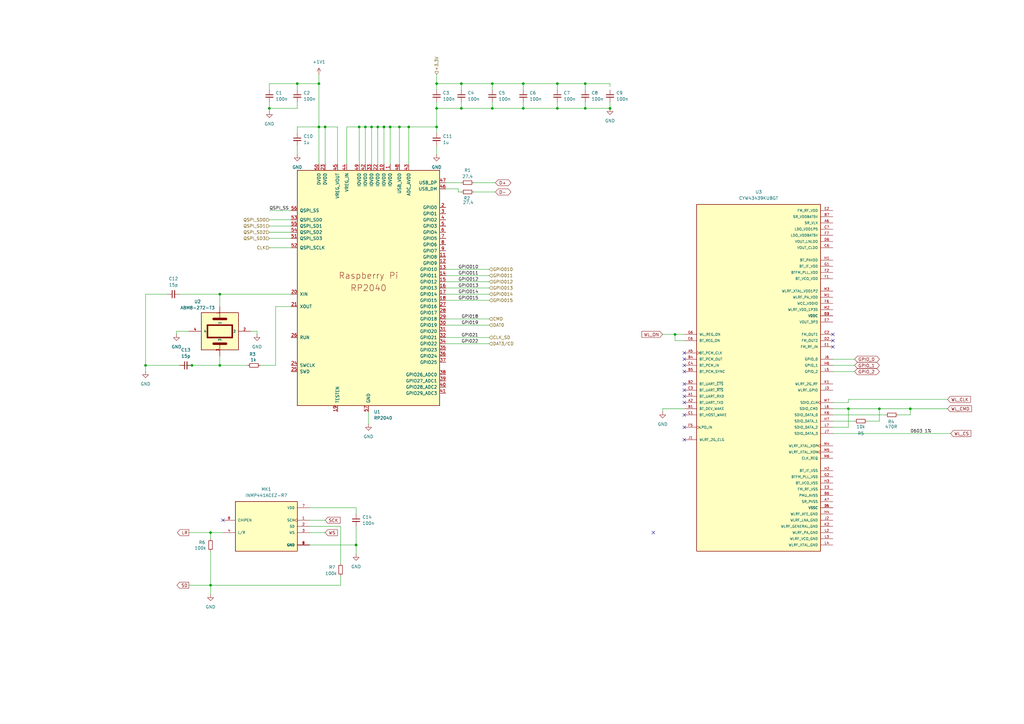
<source format=kicad_sch>
(kicad_sch
	(version 20231120)
	(generator "eeschema")
	(generator_version "8.0")
	(uuid "9e72b495-08ff-477a-a934-e36053397513")
	(paper "A3")
	(title_block
		(date "2025-02-01")
		(company "Alberto José Oliveira Pereira")
	)
	(lib_symbols
		(symbol "ABM8-272-T3:ABM8-272-T3"
			(pin_names
				(offset 1.016)
			)
			(exclude_from_sim no)
			(in_bom yes)
			(on_board yes)
			(property "Reference" "U"
				(at 0 0 0)
				(effects
					(font
						(size 1.27 1.27)
					)
					(justify bottom)
				)
			)
			(property "Value" "ABM8-272-T3"
				(at 0 0 0)
				(effects
					(font
						(size 1.27 1.27)
					)
					(justify bottom)
				)
			)
			(property "Footprint" "ABM8-272-T3:ABM8-272-T3"
				(at 0 0 0)
				(effects
					(font
						(size 1.27 1.27)
					)
					(justify bottom)
					(hide yes)
				)
			)
			(property "Datasheet" ""
				(at 0 0 0)
				(effects
					(font
						(size 1.27 1.27)
					)
					(hide yes)
				)
			)
			(property "Description" ""
				(at 0 0 0)
				(effects
					(font
						(size 1.27 1.27)
					)
					(hide yes)
				)
			)
			(property "MF" "ABRACON"
				(at 0 0 0)
				(effects
					(font
						(size 1.27 1.27)
					)
					(justify bottom)
					(hide yes)
				)
			)
			(property "Description_1" "\n                        \n                            12 MHz ±30ppm Crystal 10pF 50 Ohms 4-SMD, No Lead\n                        \n"
				(at 0 0 0)
				(effects
					(font
						(size 1.27 1.27)
					)
					(justify bottom)
					(hide yes)
				)
			)
			(property "Package" "None"
				(at 0 0 0)
				(effects
					(font
						(size 1.27 1.27)
					)
					(justify bottom)
					(hide yes)
				)
			)
			(property "Price" "None"
				(at 0 0 0)
				(effects
					(font
						(size 1.27 1.27)
					)
					(justify bottom)
					(hide yes)
				)
			)
			(property "SnapEDA_Link" "https://www.snapeda.com/parts/ABM8-272-T3/Abracon/view-part/?ref=snap"
				(at 0 0 0)
				(effects
					(font
						(size 1.27 1.27)
					)
					(justify bottom)
					(hide yes)
				)
			)
			(property "MP" "ABM8-272-T3"
				(at 0 0 0)
				(effects
					(font
						(size 1.27 1.27)
					)
					(justify bottom)
					(hide yes)
				)
			)
			(property "Availability" "In Stock"
				(at 0 0 0)
				(effects
					(font
						(size 1.27 1.27)
					)
					(justify bottom)
					(hide yes)
				)
			)
			(property "Check_prices" "https://www.snapeda.com/parts/ABM8-272-T3/Abracon/view-part/?ref=eda"
				(at 0 0 0)
				(effects
					(font
						(size 1.27 1.27)
					)
					(justify bottom)
					(hide yes)
				)
			)
			(symbol "ABM8-272-T3_0_0"
				(rectangle
					(start -7.62 -7.62)
					(end 7.62 7.62)
					(stroke
						(width 0.254)
						(type default)
					)
					(fill
						(type background)
					)
				)
				(polyline
					(pts
						(xy -5.08 -2.54) (xy 5.08 -2.54)
					)
					(stroke
						(width 0.6096)
						(type default)
					)
					(fill
						(type none)
					)
				)
				(polyline
					(pts
						(xy -5.08 2.54) (xy -5.08 -2.54)
					)
					(stroke
						(width 0.6096)
						(type default)
					)
					(fill
						(type none)
					)
				)
				(polyline
					(pts
						(xy -2.54 -5.08) (xy 2.54 -5.08)
					)
					(stroke
						(width 1.016)
						(type default)
					)
					(fill
						(type none)
					)
				)
				(polyline
					(pts
						(xy -2.54 5.08) (xy 2.54 5.08)
					)
					(stroke
						(width 1.016)
						(type default)
					)
					(fill
						(type none)
					)
				)
				(polyline
					(pts
						(xy 5.08 -2.54) (xy 5.08 2.54)
					)
					(stroke
						(width 0.6096)
						(type default)
					)
					(fill
						(type none)
					)
				)
				(polyline
					(pts
						(xy 5.08 2.54) (xy -5.08 2.54)
					)
					(stroke
						(width 0.6096)
						(type default)
					)
					(fill
						(type none)
					)
				)
				(pin bidirectional line
					(at 0 10.16 270)
					(length 5.08)
					(name "1"
						(effects
							(font
								(size 1.016 1.016)
							)
						)
					)
					(number "1"
						(effects
							(font
								(size 1.016 1.016)
							)
						)
					)
				)
				(pin bidirectional line
					(at 12.7 0 180)
					(length 5.08)
					(name "2"
						(effects
							(font
								(size 1.016 1.016)
							)
						)
					)
					(number "2"
						(effects
							(font
								(size 1.016 1.016)
							)
						)
					)
				)
				(pin bidirectional line
					(at 0 -10.16 90)
					(length 5.08)
					(name "3"
						(effects
							(font
								(size 1.016 1.016)
							)
						)
					)
					(number "3"
						(effects
							(font
								(size 1.016 1.016)
							)
						)
					)
				)
				(pin bidirectional line
					(at -12.7 0 0)
					(length 5.08)
					(name "4"
						(effects
							(font
								(size 1.016 1.016)
							)
						)
					)
					(number "4"
						(effects
							(font
								(size 1.016 1.016)
							)
						)
					)
				)
			)
		)
		(symbol "CYW43439KUBGT:CYW43439KUBGT"
			(pin_names
				(offset 1.016)
			)
			(exclude_from_sim no)
			(in_bom yes)
			(on_board yes)
			(property "Reference" "U"
				(at -25.4 73.66 0)
				(effects
					(font
						(size 1.27 1.27)
					)
					(justify left top)
				)
			)
			(property "Value" "CYW43439KUBGT"
				(at -25.4 -73.66 0)
				(effects
					(font
						(size 1.27 1.27)
					)
					(justify left bottom)
				)
			)
			(property "Footprint" "CYW43439KUBGT:BGA63N40P7X12_287X487X55N"
				(at 0 0 0)
				(effects
					(font
						(size 1.27 1.27)
					)
					(justify bottom)
					(hide yes)
				)
			)
			(property "Datasheet" ""
				(at 0 0 0)
				(effects
					(font
						(size 1.27 1.27)
					)
					(hide yes)
				)
			)
			(property "Description" ""
				(at 0 0 0)
				(effects
					(font
						(size 1.27 1.27)
					)
					(hide yes)
				)
			)
			(property "MF" "Infineon Technologies"
				(at 0 0 0)
				(effects
					(font
						(size 1.27 1.27)
					)
					(justify bottom)
					(hide yes)
				)
			)
			(property "MAXIMUM_PACKAGE_HEIGHT" "0.55mm"
				(at 0 0 0)
				(effects
					(font
						(size 1.27 1.27)
					)
					(justify bottom)
					(hide yes)
				)
			)
			(property "Package" "UFBGA-63 Infineon"
				(at 0 0 0)
				(effects
					(font
						(size 1.27 1.27)
					)
					(justify bottom)
					(hide yes)
				)
			)
			(property "Price" "None"
				(at 0 0 0)
				(effects
					(font
						(size 1.27 1.27)
					)
					(justify bottom)
					(hide yes)
				)
			)
			(property "Check_prices" "https://www.snapeda.com/parts/CYW43439KUBGT/Infineon/view-part/?ref=eda"
				(at 0 0 0)
				(effects
					(font
						(size 1.27 1.27)
					)
					(justify bottom)
					(hide yes)
				)
			)
			(property "STANDARD" "IPC-7351B"
				(at 0 0 0)
				(effects
					(font
						(size 1.27 1.27)
					)
					(justify bottom)
					(hide yes)
				)
			)
			(property "PARTREV" "D"
				(at 0 0 0)
				(effects
					(font
						(size 1.27 1.27)
					)
					(justify bottom)
					(hide yes)
				)
			)
			(property "SnapEDA_Link" "https://www.snapeda.com/parts/CYW43439KUBGT/Infineon/view-part/?ref=snap"
				(at 0 0 0)
				(effects
					(font
						(size 1.27 1.27)
					)
					(justify bottom)
					(hide yes)
				)
			)
			(property "MP" "CYW43439KUBGT"
				(at 0 0 0)
				(effects
					(font
						(size 1.27 1.27)
					)
					(justify bottom)
					(hide yes)
				)
			)
			(property "Description_1" "\n                        \n                            IC RF TxRx + MCU Bluetooth, WiFi 802.11a/b/g/n, Bluetooth v5.2 + EDR, Class 1, 2 2.4GHz 63-UFBGA, WLBGA\n                        \n"
				(at 0 0 0)
				(effects
					(font
						(size 1.27 1.27)
					)
					(justify bottom)
					(hide yes)
				)
			)
			(property "Availability" "In Stock"
				(at 0 0 0)
				(effects
					(font
						(size 1.27 1.27)
					)
					(justify bottom)
					(hide yes)
				)
			)
			(property "MANUFACTURER" "Infineon"
				(at 0 0 0)
				(effects
					(font
						(size 1.27 1.27)
					)
					(justify bottom)
					(hide yes)
				)
			)
			(symbol "CYW43439KUBGT_0_0"
				(rectangle
					(start -25.4 -71.12)
					(end 25.4 71.12)
					(stroke
						(width 0.254)
						(type default)
					)
					(fill
						(type background)
					)
				)
				(pin input line
					(at -30.48 -7.62 0)
					(length 5.08)
					(name "BT_UART_RXD"
						(effects
							(font
								(size 1.016 1.016)
							)
						)
					)
					(number "A1"
						(effects
							(font
								(size 1.016 1.016)
							)
						)
					)
				)
				(pin output line
					(at -30.48 -10.16 0)
					(length 5.08)
					(name "BT_UART_TXD"
						(effects
							(font
								(size 1.016 1.016)
							)
						)
					)
					(number "A2"
						(effects
							(font
								(size 1.016 1.016)
							)
						)
					)
				)
				(pin bidirectional clock
					(at -30.48 10.16 0)
					(length 5.08)
					(name "BT_PCM_CLK"
						(effects
							(font
								(size 1.016 1.016)
							)
						)
					)
					(number "A5"
						(effects
							(font
								(size 1.016 1.016)
							)
						)
					)
				)
				(pin power_in line
					(at 30.48 63.5 180)
					(length 5.08)
					(name "SR_VLX"
						(effects
							(font
								(size 1.016 1.016)
							)
						)
					)
					(number "A6"
						(effects
							(font
								(size 1.016 1.016)
							)
						)
					)
				)
				(pin power_in line
					(at 30.48 -50.8 180)
					(length 5.08)
					(name "SR_PVSS"
						(effects
							(font
								(size 1.016 1.016)
							)
						)
					)
					(number "A7"
						(effects
							(font
								(size 1.016 1.016)
							)
						)
					)
				)
				(pin bidirectional line
					(at -30.48 -12.7 0)
					(length 5.08)
					(name "BT_DEV_WAKE"
						(effects
							(font
								(size 1.016 1.016)
							)
						)
					)
					(number "B1"
						(effects
							(font
								(size 1.016 1.016)
							)
						)
					)
				)
				(pin input line
					(at -30.48 -2.54 0)
					(length 5.08)
					(name "BT_UART_~{CTS}"
						(effects
							(font
								(size 1.016 1.016)
							)
						)
					)
					(number "B2"
						(effects
							(font
								(size 1.016 1.016)
							)
						)
					)
				)
				(pin output line
					(at -30.48 7.62 0)
					(length 5.08)
					(name "BT_PCM_OUT"
						(effects
							(font
								(size 1.016 1.016)
							)
						)
					)
					(number "B4"
						(effects
							(font
								(size 1.016 1.016)
							)
						)
					)
				)
				(pin bidirectional line
					(at -30.48 2.54 0)
					(length 5.08)
					(name "BT_PCM_SYNC"
						(effects
							(font
								(size 1.016 1.016)
							)
						)
					)
					(number "B5"
						(effects
							(font
								(size 1.016 1.016)
							)
						)
					)
				)
				(pin power_in line
					(at 30.48 -48.26 180)
					(length 5.08)
					(name "PMU_AVSS"
						(effects
							(font
								(size 1.016 1.016)
							)
						)
					)
					(number "B6"
						(effects
							(font
								(size 1.016 1.016)
							)
						)
					)
				)
				(pin power_in line
					(at 30.48 66.04 180)
					(length 5.08)
					(name "SR_VDDBAT5V"
						(effects
							(font
								(size 1.016 1.016)
							)
						)
					)
					(number "B7"
						(effects
							(font
								(size 1.016 1.016)
							)
						)
					)
				)
				(pin bidirectional line
					(at -30.48 -15.24 0)
					(length 5.08)
					(name "BT_HOST_WAKE"
						(effects
							(font
								(size 1.016 1.016)
							)
						)
					)
					(number "C1"
						(effects
							(font
								(size 1.016 1.016)
							)
						)
					)
				)
				(pin output line
					(at 30.48 17.78 180)
					(length 5.08)
					(name "FM_OUT1"
						(effects
							(font
								(size 1.016 1.016)
							)
						)
					)
					(number "C2"
						(effects
							(font
								(size 1.016 1.016)
							)
						)
					)
				)
				(pin output line
					(at -30.48 -5.08 0)
					(length 5.08)
					(name "BT_UART_~{RTS}"
						(effects
							(font
								(size 1.016 1.016)
							)
						)
					)
					(number "C3"
						(effects
							(font
								(size 1.016 1.016)
							)
						)
					)
				)
				(pin input line
					(at -30.48 5.08 0)
					(length 5.08)
					(name "BT_PCM_IN"
						(effects
							(font
								(size 1.016 1.016)
							)
						)
					)
					(number "C4"
						(effects
							(font
								(size 1.016 1.016)
							)
						)
					)
				)
				(pin power_in line
					(at 30.48 53.34 180)
					(length 5.08)
					(name "VOUT_CLDO"
						(effects
							(font
								(size 1.016 1.016)
							)
						)
					)
					(number "C6"
						(effects
							(font
								(size 1.016 1.016)
							)
						)
					)
				)
				(pin power_in line
					(at 30.48 60.96 180)
					(length 5.08)
					(name "LDO_VDD1P5"
						(effects
							(font
								(size 1.016 1.016)
							)
						)
					)
					(number "C7"
						(effects
							(font
								(size 1.016 1.016)
							)
						)
					)
				)
				(pin output line
					(at 30.48 15.24 180)
					(length 5.08)
					(name "FM_OUT2"
						(effects
							(font
								(size 1.016 1.016)
							)
						)
					)
					(number "D2"
						(effects
							(font
								(size 1.016 1.016)
							)
						)
					)
				)
				(pin power_in line
					(at 30.48 25.4 180)
					(length 5.08)
					(name "VDDC"
						(effects
							(font
								(size 1.016 1.016)
							)
						)
					)
					(number "D3"
						(effects
							(font
								(size 1.016 1.016)
							)
						)
					)
				)
				(pin power_in line
					(at 30.48 -53.34 180)
					(length 5.08)
					(name "VSSC"
						(effects
							(font
								(size 1.016 1.016)
							)
						)
					)
					(number "D4"
						(effects
							(font
								(size 1.016 1.016)
							)
						)
					)
				)
				(pin power_in line
					(at 30.48 55.88 180)
					(length 5.08)
					(name "VOUT_LNLDO"
						(effects
							(font
								(size 1.016 1.016)
							)
						)
					)
					(number "D6"
						(effects
							(font
								(size 1.016 1.016)
							)
						)
					)
				)
				(pin input line
					(at 30.48 12.7 180)
					(length 5.08)
					(name "FM_RF_IN"
						(effects
							(font
								(size 1.016 1.016)
							)
						)
					)
					(number "E1"
						(effects
							(font
								(size 1.016 1.016)
							)
						)
					)
				)
				(pin bidirectional line
					(at 30.48 68.58 180)
					(length 5.08)
					(name "FM_RF_VDD"
						(effects
							(font
								(size 1.016 1.016)
							)
						)
					)
					(number "E2"
						(effects
							(font
								(size 1.016 1.016)
							)
						)
					)
				)
				(pin power_in line
					(at 30.48 -45.72 180)
					(length 5.08)
					(name "FM_RF_VSS"
						(effects
							(font
								(size 1.016 1.016)
							)
						)
					)
					(number "E3"
						(effects
							(font
								(size 1.016 1.016)
							)
						)
					)
				)
				(pin input line
					(at -30.48 15.24 0)
					(length 5.08)
					(name "BT_REG_ON"
						(effects
							(font
								(size 1.016 1.016)
							)
						)
					)
					(number "E6"
						(effects
							(font
								(size 1.016 1.016)
							)
						)
					)
				)
				(pin power_in line
					(at 30.48 22.86 180)
					(length 5.08)
					(name "VOUT_3P3"
						(effects
							(font
								(size 1.016 1.016)
							)
						)
					)
					(number "E7"
						(effects
							(font
								(size 1.016 1.016)
							)
						)
					)
				)
				(pin power_in line
					(at 30.48 40.64 180)
					(length 5.08)
					(name "BT_VCO_VDD"
						(effects
							(font
								(size 1.016 1.016)
							)
						)
					)
					(number "F1"
						(effects
							(font
								(size 1.016 1.016)
							)
						)
					)
				)
				(pin power_in line
					(at 30.48 43.18 180)
					(length 5.08)
					(name "BTFM_PLL_VDD"
						(effects
							(font
								(size 1.016 1.016)
							)
						)
					)
					(number "F2"
						(effects
							(font
								(size 1.016 1.016)
							)
						)
					)
				)
				(pin input clock
					(at -30.48 -20.32 0)
					(length 5.08)
					(name "LPO_IN"
						(effects
							(font
								(size 1.016 1.016)
							)
						)
					)
					(number "F5"
						(effects
							(font
								(size 1.016 1.016)
							)
						)
					)
				)
				(pin power_in line
					(at 30.48 30.48 180)
					(length 5.08)
					(name "WCC_VDDIO"
						(effects
							(font
								(size 1.016 1.016)
							)
						)
					)
					(number "F6"
						(effects
							(font
								(size 1.016 1.016)
							)
						)
					)
				)
				(pin power_in line
					(at 30.48 58.42 180)
					(length 5.08)
					(name "LDO_VDDBAT5V"
						(effects
							(font
								(size 1.016 1.016)
							)
						)
					)
					(number "F7"
						(effects
							(font
								(size 1.016 1.016)
							)
						)
					)
				)
				(pin power_in line
					(at 30.48 45.72 180)
					(length 5.08)
					(name "BT_IF_VDD"
						(effects
							(font
								(size 1.016 1.016)
							)
						)
					)
					(number "G1"
						(effects
							(font
								(size 1.016 1.016)
							)
						)
					)
				)
				(pin power_in line
					(at 30.48 -40.64 180)
					(length 5.08)
					(name "BTFM_PLL_VSS"
						(effects
							(font
								(size 1.016 1.016)
							)
						)
					)
					(number "G2"
						(effects
							(font
								(size 1.016 1.016)
							)
						)
					)
				)
				(pin power_in line
					(at 30.48 25.4 180)
					(length 5.08)
					(name "VDDC"
						(effects
							(font
								(size 1.016 1.016)
							)
						)
					)
					(number "G4"
						(effects
							(font
								(size 1.016 1.016)
							)
						)
					)
				)
				(pin input line
					(at -30.48 17.78 0)
					(length 5.08)
					(name "WL_REG_ON"
						(effects
							(font
								(size 1.016 1.016)
							)
						)
					)
					(number "G6"
						(effects
							(font
								(size 1.016 1.016)
							)
						)
					)
				)
				(pin power_in line
					(at 30.48 48.26 180)
					(length 5.08)
					(name "BT_PAVDD"
						(effects
							(font
								(size 1.016 1.016)
							)
						)
					)
					(number "H1"
						(effects
							(font
								(size 1.016 1.016)
							)
						)
					)
				)
				(pin power_in line
					(at 30.48 -38.1 180)
					(length 5.08)
					(name "BT_IF_VSS"
						(effects
							(font
								(size 1.016 1.016)
							)
						)
					)
					(number "H2"
						(effects
							(font
								(size 1.016 1.016)
							)
						)
					)
				)
				(pin power_in line
					(at 30.48 -43.18 180)
					(length 5.08)
					(name "BT_VCO_VSS"
						(effects
							(font
								(size 1.016 1.016)
							)
						)
					)
					(number "H3"
						(effects
							(font
								(size 1.016 1.016)
							)
						)
					)
				)
				(pin power_in line
					(at 30.48 -55.88 180)
					(length 5.08)
					(name "WLRF_AFE_GND"
						(effects
							(font
								(size 1.016 1.016)
							)
						)
					)
					(number "H4"
						(effects
							(font
								(size 1.016 1.016)
							)
						)
					)
				)
				(pin bidirectional line
					(at 30.48 5.08 180)
					(length 5.08)
					(name "GPIO_1"
						(effects
							(font
								(size 1.016 1.016)
							)
						)
					)
					(number "H6"
						(effects
							(font
								(size 1.016 1.016)
							)
						)
					)
				)
				(pin bidirectional line
					(at 30.48 -17.78 180)
					(length 5.08)
					(name "SDIO_DATA_1"
						(effects
							(font
								(size 1.016 1.016)
							)
						)
					)
					(number "H7"
						(effects
							(font
								(size 1.016 1.016)
							)
						)
					)
				)
				(pin input line
					(at -30.48 -25.4 0)
					(length 5.08)
					(name "WLRF_2G_ELG"
						(effects
							(font
								(size 1.016 1.016)
							)
						)
					)
					(number "J1"
						(effects
							(font
								(size 1.016 1.016)
							)
						)
					)
				)
				(pin power_in line
					(at 30.48 -58.42 180)
					(length 5.08)
					(name "WLRF_LNA_GND"
						(effects
							(font
								(size 1.016 1.016)
							)
						)
					)
					(number "J2"
						(effects
							(font
								(size 1.016 1.016)
							)
						)
					)
				)
				(pin bidirectional line
					(at 30.48 -5.08 180)
					(length 5.08)
					(name "WLRF_GPIO"
						(effects
							(font
								(size 1.016 1.016)
							)
						)
					)
					(number "J3"
						(effects
							(font
								(size 1.016 1.016)
							)
						)
					)
				)
				(pin power_in line
					(at 30.48 -53.34 180)
					(length 5.08)
					(name "VSSC"
						(effects
							(font
								(size 1.016 1.016)
							)
						)
					)
					(number "J5"
						(effects
							(font
								(size 1.016 1.016)
							)
						)
					)
				)
				(pin bidirectional line
					(at 30.48 7.62 180)
					(length 5.08)
					(name "GPIO_0"
						(effects
							(font
								(size 1.016 1.016)
							)
						)
					)
					(number "J6"
						(effects
							(font
								(size 1.016 1.016)
							)
						)
					)
				)
				(pin bidirectional line
					(at 30.48 -22.86 180)
					(length 5.08)
					(name "SDIO_DATA_3"
						(effects
							(font
								(size 1.016 1.016)
							)
						)
					)
					(number "J7"
						(effects
							(font
								(size 1.016 1.016)
							)
						)
					)
				)
				(pin output line
					(at 30.48 -2.54 180)
					(length 5.08)
					(name "WLRF_2G_RF"
						(effects
							(font
								(size 1.016 1.016)
							)
						)
					)
					(number "K1"
						(effects
							(font
								(size 1.016 1.016)
							)
						)
					)
				)
				(pin power_in line
					(at 30.48 -60.96 180)
					(length 5.08)
					(name "WLRF_GENERAL_GND"
						(effects
							(font
								(size 1.016 1.016)
							)
						)
					)
					(number "K2"
						(effects
							(font
								(size 1.016 1.016)
							)
						)
					)
				)
				(pin bidirectional line
					(at 30.48 -15.24 180)
					(length 5.08)
					(name "SDIO_DATA_0"
						(effects
							(font
								(size 1.016 1.016)
							)
						)
					)
					(number "K6"
						(effects
							(font
								(size 1.016 1.016)
							)
						)
					)
				)
				(pin power_in line
					(at 30.48 -63.5 180)
					(length 5.08)
					(name "WLRF_PA_GND"
						(effects
							(font
								(size 1.016 1.016)
							)
						)
					)
					(number "L2"
						(effects
							(font
								(size 1.016 1.016)
							)
						)
					)
				)
				(pin power_in line
					(at 30.48 -66.04 180)
					(length 5.08)
					(name "WLRF_VCO_GND"
						(effects
							(font
								(size 1.016 1.016)
							)
						)
					)
					(number "L3"
						(effects
							(font
								(size 1.016 1.016)
							)
						)
					)
				)
				(pin power_in line
					(at 30.48 -68.58 180)
					(length 5.08)
					(name "WLRF_XTAL_GND"
						(effects
							(font
								(size 1.016 1.016)
							)
						)
					)
					(number "L4"
						(effects
							(font
								(size 1.016 1.016)
							)
						)
					)
				)
				(pin bidirectional line
					(at 30.48 2.54 180)
					(length 5.08)
					(name "GPIO_2"
						(effects
							(font
								(size 1.016 1.016)
							)
						)
					)
					(number "L5"
						(effects
							(font
								(size 1.016 1.016)
							)
						)
					)
				)
				(pin bidirectional line
					(at 30.48 -12.7 180)
					(length 5.08)
					(name "SDIO_CMD"
						(effects
							(font
								(size 1.016 1.016)
							)
						)
					)
					(number "L6"
						(effects
							(font
								(size 1.016 1.016)
							)
						)
					)
				)
				(pin bidirectional line
					(at 30.48 -20.32 180)
					(length 5.08)
					(name "SDIO_DATA_2"
						(effects
							(font
								(size 1.016 1.016)
							)
						)
					)
					(number "L7"
						(effects
							(font
								(size 1.016 1.016)
							)
						)
					)
				)
				(pin power_in line
					(at 30.48 33.02 180)
					(length 5.08)
					(name "WLRF_PA_VDD"
						(effects
							(font
								(size 1.016 1.016)
							)
						)
					)
					(number "M1"
						(effects
							(font
								(size 1.016 1.016)
							)
						)
					)
				)
				(pin power_in line
					(at 30.48 27.94 180)
					(length 5.08)
					(name "WLRF_VDD_1P35"
						(effects
							(font
								(size 1.016 1.016)
							)
						)
					)
					(number "M2"
						(effects
							(font
								(size 1.016 1.016)
							)
						)
					)
				)
				(pin power_in line
					(at 30.48 35.56 180)
					(length 5.08)
					(name "WLRF_XTAL_VDD1P2"
						(effects
							(font
								(size 1.016 1.016)
							)
						)
					)
					(number "M3"
						(effects
							(font
								(size 1.016 1.016)
							)
						)
					)
				)
				(pin input clock
					(at 30.48 -27.94 180)
					(length 5.08)
					(name "WLRF_XTAL_XOP"
						(effects
							(font
								(size 1.016 1.016)
							)
						)
					)
					(number "M4"
						(effects
							(font
								(size 1.016 1.016)
							)
						)
					)
				)
				(pin output clock
					(at 30.48 -30.48 180)
					(length 5.08)
					(name "WLRF_XTAL_XON"
						(effects
							(font
								(size 1.016 1.016)
							)
						)
					)
					(number "M5"
						(effects
							(font
								(size 1.016 1.016)
							)
						)
					)
				)
				(pin output line
					(at 30.48 -33.02 180)
					(length 5.08)
					(name "CLK_REQ"
						(effects
							(font
								(size 1.016 1.016)
							)
						)
					)
					(number "M6"
						(effects
							(font
								(size 1.016 1.016)
							)
						)
					)
				)
				(pin input clock
					(at 30.48 -10.16 180)
					(length 5.08)
					(name "SDIO_CLK"
						(effects
							(font
								(size 1.016 1.016)
							)
						)
					)
					(number "M7"
						(effects
							(font
								(size 1.016 1.016)
							)
						)
					)
				)
			)
		)
		(symbol "Device:C_Small"
			(pin_numbers hide)
			(pin_names
				(offset 0.254) hide)
			(exclude_from_sim no)
			(in_bom yes)
			(on_board yes)
			(property "Reference" "C"
				(at 0.254 1.778 0)
				(effects
					(font
						(size 1.27 1.27)
					)
					(justify left)
				)
			)
			(property "Value" "C_Small"
				(at 0.254 -2.032 0)
				(effects
					(font
						(size 1.27 1.27)
					)
					(justify left)
				)
			)
			(property "Footprint" ""
				(at 0 0 0)
				(effects
					(font
						(size 1.27 1.27)
					)
					(hide yes)
				)
			)
			(property "Datasheet" "~"
				(at 0 0 0)
				(effects
					(font
						(size 1.27 1.27)
					)
					(hide yes)
				)
			)
			(property "Description" "Unpolarized capacitor, small symbol"
				(at 0 0 0)
				(effects
					(font
						(size 1.27 1.27)
					)
					(hide yes)
				)
			)
			(property "ki_keywords" "capacitor cap"
				(at 0 0 0)
				(effects
					(font
						(size 1.27 1.27)
					)
					(hide yes)
				)
			)
			(property "ki_fp_filters" "C_*"
				(at 0 0 0)
				(effects
					(font
						(size 1.27 1.27)
					)
					(hide yes)
				)
			)
			(symbol "C_Small_0_1"
				(polyline
					(pts
						(xy -1.524 -0.508) (xy 1.524 -0.508)
					)
					(stroke
						(width 0.3302)
						(type default)
					)
					(fill
						(type none)
					)
				)
				(polyline
					(pts
						(xy -1.524 0.508) (xy 1.524 0.508)
					)
					(stroke
						(width 0.3048)
						(type default)
					)
					(fill
						(type none)
					)
				)
			)
			(symbol "C_Small_1_1"
				(pin passive line
					(at 0 2.54 270)
					(length 2.032)
					(name "~"
						(effects
							(font
								(size 1.27 1.27)
							)
						)
					)
					(number "1"
						(effects
							(font
								(size 1.27 1.27)
							)
						)
					)
				)
				(pin passive line
					(at 0 -2.54 90)
					(length 2.032)
					(name "~"
						(effects
							(font
								(size 1.27 1.27)
							)
						)
					)
					(number "2"
						(effects
							(font
								(size 1.27 1.27)
							)
						)
					)
				)
			)
		)
		(symbol "Device:R_Small"
			(pin_numbers hide)
			(pin_names
				(offset 0.254) hide)
			(exclude_from_sim no)
			(in_bom yes)
			(on_board yes)
			(property "Reference" "R"
				(at 0.762 0.508 0)
				(effects
					(font
						(size 1.27 1.27)
					)
					(justify left)
				)
			)
			(property "Value" "R_Small"
				(at 0.762 -1.016 0)
				(effects
					(font
						(size 1.27 1.27)
					)
					(justify left)
				)
			)
			(property "Footprint" ""
				(at 0 0 0)
				(effects
					(font
						(size 1.27 1.27)
					)
					(hide yes)
				)
			)
			(property "Datasheet" "~"
				(at 0 0 0)
				(effects
					(font
						(size 1.27 1.27)
					)
					(hide yes)
				)
			)
			(property "Description" "Resistor, small symbol"
				(at 0 0 0)
				(effects
					(font
						(size 1.27 1.27)
					)
					(hide yes)
				)
			)
			(property "ki_keywords" "R resistor"
				(at 0 0 0)
				(effects
					(font
						(size 1.27 1.27)
					)
					(hide yes)
				)
			)
			(property "ki_fp_filters" "R_*"
				(at 0 0 0)
				(effects
					(font
						(size 1.27 1.27)
					)
					(hide yes)
				)
			)
			(symbol "R_Small_0_1"
				(rectangle
					(start -0.762 1.778)
					(end 0.762 -1.778)
					(stroke
						(width 0.2032)
						(type default)
					)
					(fill
						(type none)
					)
				)
			)
			(symbol "R_Small_1_1"
				(pin passive line
					(at 0 2.54 270)
					(length 0.762)
					(name "~"
						(effects
							(font
								(size 1.27 1.27)
							)
						)
					)
					(number "1"
						(effects
							(font
								(size 1.27 1.27)
							)
						)
					)
				)
				(pin passive line
					(at 0 -2.54 90)
					(length 0.762)
					(name "~"
						(effects
							(font
								(size 1.27 1.27)
							)
						)
					)
					(number "2"
						(effects
							(font
								(size 1.27 1.27)
							)
						)
					)
				)
			)
		)
		(symbol "INMP441ACEZ-R7:INMP441ACEZ-R7"
			(pin_names
				(offset 1.016)
			)
			(exclude_from_sim no)
			(in_bom yes)
			(on_board yes)
			(property "Reference" "MK"
				(at -12.7 10.795 0)
				(effects
					(font
						(size 1.27 1.27)
					)
					(justify left bottom)
				)
			)
			(property "Value" "INMP441ACEZ-R7"
				(at -12.7 -12.7 0)
				(effects
					(font
						(size 1.27 1.27)
					)
					(justify left bottom)
				)
			)
			(property "Footprint" "INMP441ACEZ-R7:MIC_INMP441ACEZ-R7"
				(at 0 0 0)
				(effects
					(font
						(size 1.27 1.27)
					)
					(justify bottom)
					(hide yes)
				)
			)
			(property "Datasheet" ""
				(at 0 0 0)
				(effects
					(font
						(size 1.27 1.27)
					)
					(hide yes)
				)
			)
			(property "Description" ""
				(at 0 0 0)
				(effects
					(font
						(size 1.27 1.27)
					)
					(hide yes)
				)
			)
			(property "MF" "TDK InvenSense"
				(at 0 0 0)
				(effects
					(font
						(size 1.27 1.27)
					)
					(justify bottom)
					(hide yes)
				)
			)
			(property "MAXIMUM_PACKAGE_HEIGHT" "1.05 mm"
				(at 0 0 0)
				(effects
					(font
						(size 1.27 1.27)
					)
					(justify bottom)
					(hide yes)
				)
			)
			(property "Package" "LGA-9 TDK InvenSense"
				(at 0 0 0)
				(effects
					(font
						(size 1.27 1.27)
					)
					(justify bottom)
					(hide yes)
				)
			)
			(property "Price" "None"
				(at 0 0 0)
				(effects
					(font
						(size 1.27 1.27)
					)
					(justify bottom)
					(hide yes)
				)
			)
			(property "Check_prices" "https://www.snapeda.com/parts/INMP441ACEZ-R7/TDK/view-part/?ref=eda"
				(at 0 0 0)
				(effects
					(font
						(size 1.27 1.27)
					)
					(justify bottom)
					(hide yes)
				)
			)
			(property "STANDARD" "Manufacturer Recommendations"
				(at 0 0 0)
				(effects
					(font
						(size 1.27 1.27)
					)
					(justify bottom)
					(hide yes)
				)
			)
			(property "PARTREV" "1.1"
				(at 0 0 0)
				(effects
					(font
						(size 1.27 1.27)
					)
					(justify bottom)
					(hide yes)
				)
			)
			(property "SnapEDA_Link" "https://www.snapeda.com/parts/INMP441ACEZ-R7/TDK/view-part/?ref=snap"
				(at 0 0 0)
				(effects
					(font
						(size 1.27 1.27)
					)
					(justify bottom)
					(hide yes)
				)
			)
			(property "MP" "INMP441ACEZ-R7"
				(at 0 0 0)
				(effects
					(font
						(size 1.27 1.27)
					)
					(justify bottom)
					(hide yes)
				)
			)
			(property "Description_1" "\n                        \n                            60 Hz ~ 15 kHz Digital, I2S Microphone MEMS (Silicon) 1.62 V ~ 3.63 V Omnidirectional (-26dB ±3dB @ 94dB SPL) Solder Pads\n                        \n"
				(at 0 0 0)
				(effects
					(font
						(size 1.27 1.27)
					)
					(justify bottom)
					(hide yes)
				)
			)
			(property "Availability" "In Stock"
				(at 0 0 0)
				(effects
					(font
						(size 1.27 1.27)
					)
					(justify bottom)
					(hide yes)
				)
			)
			(property "MANUFACTURER" "TDK InvenSense"
				(at 0 0 0)
				(effects
					(font
						(size 1.27 1.27)
					)
					(justify bottom)
					(hide yes)
				)
			)
			(symbol "INMP441ACEZ-R7_0_0"
				(rectangle
					(start -12.7 -10.16)
					(end 12.7 10.16)
					(stroke
						(width 0.254)
						(type default)
					)
					(fill
						(type background)
					)
				)
				(pin input clock
					(at 17.78 2.54 180)
					(length 5.08)
					(name "SCK"
						(effects
							(font
								(size 1.016 1.016)
							)
						)
					)
					(number "1"
						(effects
							(font
								(size 1.016 1.016)
							)
						)
					)
				)
				(pin output line
					(at 17.78 0 180)
					(length 5.08)
					(name "SD"
						(effects
							(font
								(size 1.016 1.016)
							)
						)
					)
					(number "2"
						(effects
							(font
								(size 1.016 1.016)
							)
						)
					)
				)
				(pin input line
					(at 17.78 -2.54 180)
					(length 5.08)
					(name "WS"
						(effects
							(font
								(size 1.016 1.016)
							)
						)
					)
					(number "3"
						(effects
							(font
								(size 1.016 1.016)
							)
						)
					)
				)
				(pin input line
					(at -17.78 -2.54 0)
					(length 5.08)
					(name "L/R"
						(effects
							(font
								(size 1.016 1.016)
							)
						)
					)
					(number "4"
						(effects
							(font
								(size 1.016 1.016)
							)
						)
					)
				)
				(pin power_in line
					(at 17.78 -7.62 180)
					(length 5.08)
					(name "GND"
						(effects
							(font
								(size 1.016 1.016)
							)
						)
					)
					(number "5"
						(effects
							(font
								(size 1.016 1.016)
							)
						)
					)
				)
				(pin power_in line
					(at 17.78 -7.62 180)
					(length 5.08)
					(name "GND"
						(effects
							(font
								(size 1.016 1.016)
							)
						)
					)
					(number "6"
						(effects
							(font
								(size 1.016 1.016)
							)
						)
					)
				)
				(pin power_in line
					(at 17.78 7.62 180)
					(length 5.08)
					(name "VDD"
						(effects
							(font
								(size 1.016 1.016)
							)
						)
					)
					(number "7"
						(effects
							(font
								(size 1.016 1.016)
							)
						)
					)
				)
				(pin input line
					(at -17.78 2.54 0)
					(length 5.08)
					(name "CHIPEN"
						(effects
							(font
								(size 1.016 1.016)
							)
						)
					)
					(number "8"
						(effects
							(font
								(size 1.016 1.016)
							)
						)
					)
				)
				(pin power_in line
					(at 17.78 -7.62 180)
					(length 5.08)
					(name "GND"
						(effects
							(font
								(size 1.016 1.016)
							)
						)
					)
					(number "9"
						(effects
							(font
								(size 1.016 1.016)
							)
						)
					)
				)
			)
		)
		(symbol "MCU_RaspberryPi_and_Boards:RP2040"
			(pin_names
				(offset 1.016)
			)
			(exclude_from_sim no)
			(in_bom yes)
			(on_board yes)
			(property "Reference" "U"
				(at -29.21 49.53 0)
				(effects
					(font
						(size 1.27 1.27)
					)
				)
			)
			(property "Value" "RP2040"
				(at 24.13 -49.53 0)
				(effects
					(font
						(size 1.27 1.27)
					)
				)
			)
			(property "Footprint" "RP2040_minimal:RP2040-QFN-56"
				(at -19.05 0 0)
				(effects
					(font
						(size 1.27 1.27)
					)
					(hide yes)
				)
			)
			(property "Datasheet" ""
				(at -19.05 0 0)
				(effects
					(font
						(size 1.27 1.27)
					)
					(hide yes)
				)
			)
			(property "Description" ""
				(at 0 0 0)
				(effects
					(font
						(size 1.27 1.27)
					)
					(hide yes)
				)
			)
			(symbol "RP2040_0_0"
				(text "Raspberry Pi"
					(at 0 5.08 0)
					(effects
						(font
							(size 2.54 2.54)
						)
					)
				)
				(text "RP2040"
					(at 0 0 0)
					(effects
						(font
							(size 2.54 2.54)
						)
					)
				)
			)
			(symbol "RP2040_0_1"
				(rectangle
					(start 29.21 48.26)
					(end -29.21 -48.26)
					(stroke
						(width 0.254)
						(type default)
					)
					(fill
						(type background)
					)
				)
			)
			(symbol "RP2040_1_1"
				(pin power_in line
					(at 8.89 50.8 270)
					(length 2.54)
					(name "IOVDD"
						(effects
							(font
								(size 1.27 1.27)
							)
						)
					)
					(number "1"
						(effects
							(font
								(size 1.27 1.27)
							)
						)
					)
				)
				(pin power_in line
					(at 6.35 50.8 270)
					(length 2.54)
					(name "IOVDD"
						(effects
							(font
								(size 1.27 1.27)
							)
						)
					)
					(number "10"
						(effects
							(font
								(size 1.27 1.27)
							)
						)
					)
				)
				(pin bidirectional line
					(at 31.75 12.7 180)
					(length 2.54)
					(name "GPIO8"
						(effects
							(font
								(size 1.27 1.27)
							)
						)
					)
					(number "11"
						(effects
							(font
								(size 1.27 1.27)
							)
						)
					)
				)
				(pin bidirectional line
					(at 31.75 10.16 180)
					(length 2.54)
					(name "GPIO9"
						(effects
							(font
								(size 1.27 1.27)
							)
						)
					)
					(number "12"
						(effects
							(font
								(size 1.27 1.27)
							)
						)
					)
				)
				(pin bidirectional line
					(at 31.75 7.62 180)
					(length 2.54)
					(name "GPIO10"
						(effects
							(font
								(size 1.27 1.27)
							)
						)
					)
					(number "13"
						(effects
							(font
								(size 1.27 1.27)
							)
						)
					)
				)
				(pin bidirectional line
					(at 31.75 5.08 180)
					(length 2.54)
					(name "GPIO11"
						(effects
							(font
								(size 1.27 1.27)
							)
						)
					)
					(number "14"
						(effects
							(font
								(size 1.27 1.27)
							)
						)
					)
				)
				(pin bidirectional line
					(at 31.75 2.54 180)
					(length 2.54)
					(name "GPIO12"
						(effects
							(font
								(size 1.27 1.27)
							)
						)
					)
					(number "15"
						(effects
							(font
								(size 1.27 1.27)
							)
						)
					)
				)
				(pin bidirectional line
					(at 31.75 0 180)
					(length 2.54)
					(name "GPIO13"
						(effects
							(font
								(size 1.27 1.27)
							)
						)
					)
					(number "16"
						(effects
							(font
								(size 1.27 1.27)
							)
						)
					)
				)
				(pin bidirectional line
					(at 31.75 -2.54 180)
					(length 2.54)
					(name "GPIO14"
						(effects
							(font
								(size 1.27 1.27)
							)
						)
					)
					(number "17"
						(effects
							(font
								(size 1.27 1.27)
							)
						)
					)
				)
				(pin bidirectional line
					(at 31.75 -5.08 180)
					(length 2.54)
					(name "GPIO15"
						(effects
							(font
								(size 1.27 1.27)
							)
						)
					)
					(number "18"
						(effects
							(font
								(size 1.27 1.27)
							)
						)
					)
				)
				(pin passive line
					(at -12.7 -50.8 90)
					(length 2.54)
					(name "TESTEN"
						(effects
							(font
								(size 1.27 1.27)
							)
						)
					)
					(number "19"
						(effects
							(font
								(size 1.27 1.27)
							)
						)
					)
				)
				(pin bidirectional line
					(at 31.75 33.02 180)
					(length 2.54)
					(name "GPIO0"
						(effects
							(font
								(size 1.27 1.27)
							)
						)
					)
					(number "2"
						(effects
							(font
								(size 1.27 1.27)
							)
						)
					)
				)
				(pin input line
					(at -31.75 -2.54 0)
					(length 2.54)
					(name "XIN"
						(effects
							(font
								(size 1.27 1.27)
							)
						)
					)
					(number "20"
						(effects
							(font
								(size 1.27 1.27)
							)
						)
					)
				)
				(pin passive line
					(at -31.75 -7.62 0)
					(length 2.54)
					(name "XOUT"
						(effects
							(font
								(size 1.27 1.27)
							)
						)
					)
					(number "21"
						(effects
							(font
								(size 1.27 1.27)
							)
						)
					)
				)
				(pin power_in line
					(at 3.81 50.8 270)
					(length 2.54)
					(name "IOVDD"
						(effects
							(font
								(size 1.27 1.27)
							)
						)
					)
					(number "22"
						(effects
							(font
								(size 1.27 1.27)
							)
						)
					)
				)
				(pin power_in line
					(at -17.78 50.8 270)
					(length 2.54)
					(name "DVDD"
						(effects
							(font
								(size 1.27 1.27)
							)
						)
					)
					(number "23"
						(effects
							(font
								(size 1.27 1.27)
							)
						)
					)
				)
				(pin output line
					(at -31.75 -31.75 0)
					(length 2.54)
					(name "SWCLK"
						(effects
							(font
								(size 1.27 1.27)
							)
						)
					)
					(number "24"
						(effects
							(font
								(size 1.27 1.27)
							)
						)
					)
				)
				(pin bidirectional line
					(at -31.75 -34.29 0)
					(length 2.54)
					(name "SWD"
						(effects
							(font
								(size 1.27 1.27)
							)
						)
					)
					(number "25"
						(effects
							(font
								(size 1.27 1.27)
							)
						)
					)
				)
				(pin input line
					(at -31.75 -20.32 0)
					(length 2.54)
					(name "RUN"
						(effects
							(font
								(size 1.27 1.27)
							)
						)
					)
					(number "26"
						(effects
							(font
								(size 1.27 1.27)
							)
						)
					)
				)
				(pin bidirectional line
					(at 31.75 -7.62 180)
					(length 2.54)
					(name "GPIO16"
						(effects
							(font
								(size 1.27 1.27)
							)
						)
					)
					(number "27"
						(effects
							(font
								(size 1.27 1.27)
							)
						)
					)
				)
				(pin bidirectional line
					(at 31.75 -10.16 180)
					(length 2.54)
					(name "GPIO17"
						(effects
							(font
								(size 1.27 1.27)
							)
						)
					)
					(number "28"
						(effects
							(font
								(size 1.27 1.27)
							)
						)
					)
				)
				(pin bidirectional line
					(at 31.75 -12.7 180)
					(length 2.54)
					(name "GPIO18"
						(effects
							(font
								(size 1.27 1.27)
							)
						)
					)
					(number "29"
						(effects
							(font
								(size 1.27 1.27)
							)
						)
					)
				)
				(pin bidirectional line
					(at 31.75 30.48 180)
					(length 2.54)
					(name "GPIO1"
						(effects
							(font
								(size 1.27 1.27)
							)
						)
					)
					(number "3"
						(effects
							(font
								(size 1.27 1.27)
							)
						)
					)
				)
				(pin bidirectional line
					(at 31.75 -15.24 180)
					(length 2.54)
					(name "GPIO19"
						(effects
							(font
								(size 1.27 1.27)
							)
						)
					)
					(number "30"
						(effects
							(font
								(size 1.27 1.27)
							)
						)
					)
				)
				(pin bidirectional line
					(at 31.75 -17.78 180)
					(length 2.54)
					(name "GPIO20"
						(effects
							(font
								(size 1.27 1.27)
							)
						)
					)
					(number "31"
						(effects
							(font
								(size 1.27 1.27)
							)
						)
					)
				)
				(pin bidirectional line
					(at 31.75 -20.32 180)
					(length 2.54)
					(name "GPIO21"
						(effects
							(font
								(size 1.27 1.27)
							)
						)
					)
					(number "32"
						(effects
							(font
								(size 1.27 1.27)
							)
						)
					)
				)
				(pin power_in line
					(at 1.27 50.8 270)
					(length 2.54)
					(name "IOVDD"
						(effects
							(font
								(size 1.27 1.27)
							)
						)
					)
					(number "33"
						(effects
							(font
								(size 1.27 1.27)
							)
						)
					)
				)
				(pin bidirectional line
					(at 31.75 -22.86 180)
					(length 2.54)
					(name "GPIO22"
						(effects
							(font
								(size 1.27 1.27)
							)
						)
					)
					(number "34"
						(effects
							(font
								(size 1.27 1.27)
							)
						)
					)
				)
				(pin bidirectional line
					(at 31.75 -25.4 180)
					(length 2.54)
					(name "GPIO23"
						(effects
							(font
								(size 1.27 1.27)
							)
						)
					)
					(number "35"
						(effects
							(font
								(size 1.27 1.27)
							)
						)
					)
				)
				(pin bidirectional line
					(at 31.75 -27.94 180)
					(length 2.54)
					(name "GPIO24"
						(effects
							(font
								(size 1.27 1.27)
							)
						)
					)
					(number "36"
						(effects
							(font
								(size 1.27 1.27)
							)
						)
					)
				)
				(pin bidirectional line
					(at 31.75 -30.48 180)
					(length 2.54)
					(name "GPIO25"
						(effects
							(font
								(size 1.27 1.27)
							)
						)
					)
					(number "37"
						(effects
							(font
								(size 1.27 1.27)
							)
						)
					)
				)
				(pin bidirectional line
					(at 31.75 -35.56 180)
					(length 2.54)
					(name "GPIO26_ADC0"
						(effects
							(font
								(size 1.27 1.27)
							)
						)
					)
					(number "38"
						(effects
							(font
								(size 1.27 1.27)
							)
						)
					)
				)
				(pin bidirectional line
					(at 31.75 -38.1 180)
					(length 2.54)
					(name "GPIO27_ADC1"
						(effects
							(font
								(size 1.27 1.27)
							)
						)
					)
					(number "39"
						(effects
							(font
								(size 1.27 1.27)
							)
						)
					)
				)
				(pin bidirectional line
					(at 31.75 27.94 180)
					(length 2.54)
					(name "GPIO2"
						(effects
							(font
								(size 1.27 1.27)
							)
						)
					)
					(number "4"
						(effects
							(font
								(size 1.27 1.27)
							)
						)
					)
				)
				(pin bidirectional line
					(at 31.75 -40.64 180)
					(length 2.54)
					(name "GPIO28_ADC2"
						(effects
							(font
								(size 1.27 1.27)
							)
						)
					)
					(number "40"
						(effects
							(font
								(size 1.27 1.27)
							)
						)
					)
				)
				(pin bidirectional line
					(at 31.75 -43.18 180)
					(length 2.54)
					(name "GPIO29_ADC3"
						(effects
							(font
								(size 1.27 1.27)
							)
						)
					)
					(number "41"
						(effects
							(font
								(size 1.27 1.27)
							)
						)
					)
				)
				(pin power_in line
					(at -1.27 50.8 270)
					(length 2.54)
					(name "IOVDD"
						(effects
							(font
								(size 1.27 1.27)
							)
						)
					)
					(number "42"
						(effects
							(font
								(size 1.27 1.27)
							)
						)
					)
				)
				(pin power_in line
					(at 16.51 50.8 270)
					(length 2.54)
					(name "ADC_AVDD"
						(effects
							(font
								(size 1.27 1.27)
							)
						)
					)
					(number "43"
						(effects
							(font
								(size 1.27 1.27)
							)
						)
					)
				)
				(pin power_in line
					(at -8.89 50.8 270)
					(length 2.54)
					(name "VREG_IN"
						(effects
							(font
								(size 1.27 1.27)
							)
						)
					)
					(number "44"
						(effects
							(font
								(size 1.27 1.27)
							)
						)
					)
				)
				(pin power_out line
					(at -12.7 50.8 270)
					(length 2.54)
					(name "VREG_VOUT"
						(effects
							(font
								(size 1.27 1.27)
							)
						)
					)
					(number "45"
						(effects
							(font
								(size 1.27 1.27)
							)
						)
					)
				)
				(pin bidirectional line
					(at 31.75 40.64 180)
					(length 2.54)
					(name "USB_DM"
						(effects
							(font
								(size 1.27 1.27)
							)
						)
					)
					(number "46"
						(effects
							(font
								(size 1.27 1.27)
							)
						)
					)
				)
				(pin bidirectional line
					(at 31.75 43.18 180)
					(length 2.54)
					(name "USB_DP"
						(effects
							(font
								(size 1.27 1.27)
							)
						)
					)
					(number "47"
						(effects
							(font
								(size 1.27 1.27)
							)
						)
					)
				)
				(pin power_in line
					(at 12.7 50.8 270)
					(length 2.54)
					(name "USB_VDD"
						(effects
							(font
								(size 1.27 1.27)
							)
						)
					)
					(number "48"
						(effects
							(font
								(size 1.27 1.27)
							)
						)
					)
				)
				(pin power_in line
					(at -3.81 50.8 270)
					(length 2.54)
					(name "IOVDD"
						(effects
							(font
								(size 1.27 1.27)
							)
						)
					)
					(number "49"
						(effects
							(font
								(size 1.27 1.27)
							)
						)
					)
				)
				(pin bidirectional line
					(at 31.75 25.4 180)
					(length 2.54)
					(name "GPIO3"
						(effects
							(font
								(size 1.27 1.27)
							)
						)
					)
					(number "5"
						(effects
							(font
								(size 1.27 1.27)
							)
						)
					)
				)
				(pin power_in line
					(at -20.32 50.8 270)
					(length 2.54)
					(name "DVDD"
						(effects
							(font
								(size 1.27 1.27)
							)
						)
					)
					(number "50"
						(effects
							(font
								(size 1.27 1.27)
							)
						)
					)
				)
				(pin bidirectional line
					(at -31.75 20.32 0)
					(length 2.54)
					(name "QSPI_SD3"
						(effects
							(font
								(size 1.27 1.27)
							)
						)
					)
					(number "51"
						(effects
							(font
								(size 1.27 1.27)
							)
						)
					)
				)
				(pin output line
					(at -31.75 16.51 0)
					(length 2.54)
					(name "QSPI_SCLK"
						(effects
							(font
								(size 1.27 1.27)
							)
						)
					)
					(number "52"
						(effects
							(font
								(size 1.27 1.27)
							)
						)
					)
				)
				(pin bidirectional line
					(at -31.75 27.94 0)
					(length 2.54)
					(name "QSPI_SD0"
						(effects
							(font
								(size 1.27 1.27)
							)
						)
					)
					(number "53"
						(effects
							(font
								(size 1.27 1.27)
							)
						)
					)
				)
				(pin bidirectional line
					(at -31.75 22.86 0)
					(length 2.54)
					(name "QSPI_SD2"
						(effects
							(font
								(size 1.27 1.27)
							)
						)
					)
					(number "54"
						(effects
							(font
								(size 1.27 1.27)
							)
						)
					)
				)
				(pin bidirectional line
					(at -31.75 25.4 0)
					(length 2.54)
					(name "QSPI_SD1"
						(effects
							(font
								(size 1.27 1.27)
							)
						)
					)
					(number "55"
						(effects
							(font
								(size 1.27 1.27)
							)
						)
					)
				)
				(pin bidirectional line
					(at -31.75 31.75 0)
					(length 2.54)
					(name "QSPI_SS"
						(effects
							(font
								(size 1.27 1.27)
							)
						)
					)
					(number "56"
						(effects
							(font
								(size 1.27 1.27)
							)
						)
					)
				)
				(pin power_in line
					(at 0 -50.8 90)
					(length 2.54)
					(name "GND"
						(effects
							(font
								(size 1.27 1.27)
							)
						)
					)
					(number "57"
						(effects
							(font
								(size 1.27 1.27)
							)
						)
					)
				)
				(pin bidirectional line
					(at 31.75 22.86 180)
					(length 2.54)
					(name "GPIO4"
						(effects
							(font
								(size 1.27 1.27)
							)
						)
					)
					(number "6"
						(effects
							(font
								(size 1.27 1.27)
							)
						)
					)
				)
				(pin bidirectional line
					(at 31.75 20.32 180)
					(length 2.54)
					(name "GPIO5"
						(effects
							(font
								(size 1.27 1.27)
							)
						)
					)
					(number "7"
						(effects
							(font
								(size 1.27 1.27)
							)
						)
					)
				)
				(pin bidirectional line
					(at 31.75 17.78 180)
					(length 2.54)
					(name "GPIO6"
						(effects
							(font
								(size 1.27 1.27)
							)
						)
					)
					(number "8"
						(effects
							(font
								(size 1.27 1.27)
							)
						)
					)
				)
				(pin bidirectional line
					(at 31.75 15.24 180)
					(length 2.54)
					(name "GPIO7"
						(effects
							(font
								(size 1.27 1.27)
							)
						)
					)
					(number "9"
						(effects
							(font
								(size 1.27 1.27)
							)
						)
					)
				)
			)
		)
		(symbol "power:+1V1"
			(power)
			(pin_numbers hide)
			(pin_names
				(offset 0) hide)
			(exclude_from_sim no)
			(in_bom yes)
			(on_board yes)
			(property "Reference" "#PWR"
				(at 0 -3.81 0)
				(effects
					(font
						(size 1.27 1.27)
					)
					(hide yes)
				)
			)
			(property "Value" "+1V1"
				(at 0 3.556 0)
				(effects
					(font
						(size 1.27 1.27)
					)
				)
			)
			(property "Footprint" ""
				(at 0 0 0)
				(effects
					(font
						(size 1.27 1.27)
					)
					(hide yes)
				)
			)
			(property "Datasheet" ""
				(at 0 0 0)
				(effects
					(font
						(size 1.27 1.27)
					)
					(hide yes)
				)
			)
			(property "Description" "Power symbol creates a global label with name \"+1V1\""
				(at 0 0 0)
				(effects
					(font
						(size 1.27 1.27)
					)
					(hide yes)
				)
			)
			(property "ki_keywords" "global power"
				(at 0 0 0)
				(effects
					(font
						(size 1.27 1.27)
					)
					(hide yes)
				)
			)
			(symbol "+1V1_0_1"
				(polyline
					(pts
						(xy -0.762 1.27) (xy 0 2.54)
					)
					(stroke
						(width 0)
						(type default)
					)
					(fill
						(type none)
					)
				)
				(polyline
					(pts
						(xy 0 0) (xy 0 2.54)
					)
					(stroke
						(width 0)
						(type default)
					)
					(fill
						(type none)
					)
				)
				(polyline
					(pts
						(xy 0 2.54) (xy 0.762 1.27)
					)
					(stroke
						(width 0)
						(type default)
					)
					(fill
						(type none)
					)
				)
			)
			(symbol "+1V1_1_1"
				(pin power_in line
					(at 0 0 90)
					(length 0)
					(name "~"
						(effects
							(font
								(size 1.27 1.27)
							)
						)
					)
					(number "1"
						(effects
							(font
								(size 1.27 1.27)
							)
						)
					)
				)
			)
		)
		(symbol "power:GND"
			(power)
			(pin_numbers hide)
			(pin_names
				(offset 0) hide)
			(exclude_from_sim no)
			(in_bom yes)
			(on_board yes)
			(property "Reference" "#PWR"
				(at 0 -6.35 0)
				(effects
					(font
						(size 1.27 1.27)
					)
					(hide yes)
				)
			)
			(property "Value" "GND"
				(at 0 -3.81 0)
				(effects
					(font
						(size 1.27 1.27)
					)
				)
			)
			(property "Footprint" ""
				(at 0 0 0)
				(effects
					(font
						(size 1.27 1.27)
					)
					(hide yes)
				)
			)
			(property "Datasheet" ""
				(at 0 0 0)
				(effects
					(font
						(size 1.27 1.27)
					)
					(hide yes)
				)
			)
			(property "Description" "Power symbol creates a global label with name \"GND\" , ground"
				(at 0 0 0)
				(effects
					(font
						(size 1.27 1.27)
					)
					(hide yes)
				)
			)
			(property "ki_keywords" "global power"
				(at 0 0 0)
				(effects
					(font
						(size 1.27 1.27)
					)
					(hide yes)
				)
			)
			(symbol "GND_0_1"
				(polyline
					(pts
						(xy 0 0) (xy 0 -1.27) (xy 1.27 -1.27) (xy 0 -2.54) (xy -1.27 -1.27) (xy 0 -1.27)
					)
					(stroke
						(width 0)
						(type default)
					)
					(fill
						(type none)
					)
				)
			)
			(symbol "GND_1_1"
				(pin power_in line
					(at 0 0 270)
					(length 0)
					(name "~"
						(effects
							(font
								(size 1.27 1.27)
							)
						)
					)
					(number "1"
						(effects
							(font
								(size 1.27 1.27)
							)
						)
					)
				)
			)
		)
	)
	(junction
		(at 228.6 44.45)
		(diameter 0)
		(color 0 0 0 0)
		(uuid "092b3891-f8d7-412a-be1a-d9567d531113")
	)
	(junction
		(at 90.17 149.86)
		(diameter 0)
		(color 0 0 0 0)
		(uuid "0b5235c2-50e2-4ae7-a57a-0c2ae6e94ba1")
	)
	(junction
		(at 86.36 218.44)
		(diameter 0)
		(color 0 0 0 0)
		(uuid "0dcf679a-4e06-4467-ae12-15d81abf3b08")
	)
	(junction
		(at 360.68 167.64)
		(diameter 0)
		(color 0 0 0 0)
		(uuid "11208472-5080-48f6-8aee-7768549e1251")
	)
	(junction
		(at 228.6 34.29)
		(diameter 0)
		(color 0 0 0 0)
		(uuid "1cbd3a0d-7aca-4c8d-9c7b-3f877522c7d9")
	)
	(junction
		(at 167.64 52.07)
		(diameter 0)
		(color 0 0 0 0)
		(uuid "3ef4b10f-d42d-4a81-924d-afed71521086")
	)
	(junction
		(at 154.94 52.07)
		(diameter 0)
		(color 0 0 0 0)
		(uuid "51bace73-97a0-4881-9c37-e0cc4d372e2d")
	)
	(junction
		(at 78.74 149.86)
		(diameter 0)
		(color 0 0 0 0)
		(uuid "601c0db2-bf0b-40dd-aabb-32fc0ec7bfd5")
	)
	(junction
		(at 240.03 44.45)
		(diameter 0)
		(color 0 0 0 0)
		(uuid "651a4472-111a-4ac8-96cf-6b64e6fef158")
	)
	(junction
		(at 179.07 52.07)
		(diameter 0)
		(color 0 0 0 0)
		(uuid "69a57089-bc2c-42bc-8c57-bc9a7804dcc9")
	)
	(junction
		(at 373.38 167.64)
		(diameter 0)
		(color 0 0 0 0)
		(uuid "6dba5960-c106-4de6-805e-b6d68591c088")
	)
	(junction
		(at 147.32 52.07)
		(diameter 0)
		(color 0 0 0 0)
		(uuid "72d63826-d9a6-453c-8881-e13e54281c07")
	)
	(junction
		(at 130.81 52.07)
		(diameter 0)
		(color 0 0 0 0)
		(uuid "747b30fd-95e4-4b92-aa11-c859027730f1")
	)
	(junction
		(at 189.23 34.29)
		(diameter 0)
		(color 0 0 0 0)
		(uuid "7a518987-a249-4656-bc5e-5b453bff985d")
	)
	(junction
		(at 201.93 34.29)
		(diameter 0)
		(color 0 0 0 0)
		(uuid "7d2e3731-8122-417e-8f0e-4d7ed7c84cdb")
	)
	(junction
		(at 160.02 52.07)
		(diameter 0)
		(color 0 0 0 0)
		(uuid "839c5c2f-031f-452d-ab9a-f5333f77b638")
	)
	(junction
		(at 214.63 44.45)
		(diameter 0)
		(color 0 0 0 0)
		(uuid "8f4d4058-10df-4f11-9c65-d81f46238fc5")
	)
	(junction
		(at 146.05 223.52)
		(diameter 0)
		(color 0 0 0 0)
		(uuid "91a689c4-f842-41f2-94cf-3da53296dc3c")
	)
	(junction
		(at 250.19 44.45)
		(diameter 0)
		(color 0 0 0 0)
		(uuid "91c3448f-59aa-43bd-b63b-49a3e0723f2a")
	)
	(junction
		(at 179.07 34.29)
		(diameter 0)
		(color 0 0 0 0)
		(uuid "950e454e-bf8e-440e-8bc0-4fd5f1117b89")
	)
	(junction
		(at 189.23 44.45)
		(diameter 0)
		(color 0 0 0 0)
		(uuid "953b8539-11af-4f0f-8855-d60ea59aae50")
	)
	(junction
		(at 347.98 167.64)
		(diameter 0)
		(color 0 0 0 0)
		(uuid "9b0c5ff7-a9b2-4f3f-a3ae-fd3df422cf2d")
	)
	(junction
		(at 121.92 34.29)
		(diameter 0)
		(color 0 0 0 0)
		(uuid "b1acceaf-452b-4cd5-a6ea-aee65a6f7ca9")
	)
	(junction
		(at 240.03 34.29)
		(diameter 0)
		(color 0 0 0 0)
		(uuid "b233bd6f-1c31-40ac-b156-4baac60b4b24")
	)
	(junction
		(at 276.86 137.16)
		(diameter 0)
		(color 0 0 0 0)
		(uuid "b5587801-4aa9-46f2-8d13-83ac4c74f4c9")
	)
	(junction
		(at 201.93 44.45)
		(diameter 0)
		(color 0 0 0 0)
		(uuid "c43d63ee-0946-4a86-823a-706d42a3d47d")
	)
	(junction
		(at 110.49 44.45)
		(diameter 0)
		(color 0 0 0 0)
		(uuid "c69c2ec4-5aae-4f70-a31d-6df6054cbc79")
	)
	(junction
		(at 59.69 149.86)
		(diameter 0)
		(color 0 0 0 0)
		(uuid "c6c513f7-e562-4d1e-b137-724e62324ae8")
	)
	(junction
		(at 214.63 34.29)
		(diameter 0)
		(color 0 0 0 0)
		(uuid "cd64587e-00ff-47f8-8619-e2793c8a6217")
	)
	(junction
		(at 86.36 240.03)
		(diameter 0)
		(color 0 0 0 0)
		(uuid "cebf25c7-d163-4ff4-93d9-a52baacd8b9a")
	)
	(junction
		(at 152.4 52.07)
		(diameter 0)
		(color 0 0 0 0)
		(uuid "d4ff2153-e4dc-4e2d-887d-95ff26cfebd4")
	)
	(junction
		(at 130.81 34.29)
		(diameter 0)
		(color 0 0 0 0)
		(uuid "d9fb3385-b27f-4256-916a-61fe259797a5")
	)
	(junction
		(at 157.48 52.07)
		(diameter 0)
		(color 0 0 0 0)
		(uuid "dc3d60da-c5cd-4acf-8eb9-7e9fe6e8f684")
	)
	(junction
		(at 90.17 120.65)
		(diameter 0)
		(color 0 0 0 0)
		(uuid "dc580db6-5d77-45f4-b96c-57f1517db59c")
	)
	(junction
		(at 149.86 52.07)
		(diameter 0)
		(color 0 0 0 0)
		(uuid "dca942ef-c7d5-4e3d-8721-8aa932bc191d")
	)
	(junction
		(at 179.07 44.45)
		(diameter 0)
		(color 0 0 0 0)
		(uuid "e3e3a163-5033-4d71-8b12-057167133ad5")
	)
	(junction
		(at 133.35 52.07)
		(diameter 0)
		(color 0 0 0 0)
		(uuid "f8299790-13a0-4085-aed4-b3b2388d0388")
	)
	(junction
		(at 163.83 52.07)
		(diameter 0)
		(color 0 0 0 0)
		(uuid "fb43f37e-1c50-40b8-93ad-347c4c0b8d93")
	)
	(no_connect
		(at 267.97 218.44)
		(uuid "08e10df0-d4af-4c67-8d63-82783ae194d6")
	)
	(no_connect
		(at 280.67 149.86)
		(uuid "123ff647-801c-47ab-b25f-d528d696686c")
	)
	(no_connect
		(at 280.67 160.02)
		(uuid "168c2a47-589f-481e-a1e3-d0042982cab9")
	)
	(no_connect
		(at 280.67 175.26)
		(uuid "3ac3fc15-8a2d-4a2e-97a8-cb29a6328083")
	)
	(no_connect
		(at 341.63 137.16)
		(uuid "494ba4a8-7fa3-4d5f-bed9-9e10ee13403f")
	)
	(no_connect
		(at 341.63 142.24)
		(uuid "4bb4557d-e962-474e-815e-4de840f19f21")
	)
	(no_connect
		(at 280.67 170.18)
		(uuid "6c66a683-f895-4460-a500-fb89e7ece612")
	)
	(no_connect
		(at 280.67 180.34)
		(uuid "7f67d0a5-27fd-49cc-8596-2439fa29461b")
	)
	(no_connect
		(at 280.67 157.48)
		(uuid "858c191e-7e2a-4cda-8668-0df53ab69ea2")
	)
	(no_connect
		(at 280.67 162.56)
		(uuid "9d5e5f49-ec6b-492b-8a15-790bd3a68811")
	)
	(no_connect
		(at 280.67 147.32)
		(uuid "a608d3d9-0079-4659-9537-0f9be03d3b0a")
	)
	(no_connect
		(at 280.67 152.4)
		(uuid "a918706a-5558-4e1f-97e3-d9176c3f6806")
	)
	(no_connect
		(at 91.44 213.36)
		(uuid "b5fd5f44-2499-43f4-befa-fa8a6dc1c4f5")
	)
	(no_connect
		(at 341.63 139.7)
		(uuid "c0d1b11f-00d2-4f16-8957-a2edbd20b754")
	)
	(no_connect
		(at 280.67 144.78)
		(uuid "f23e47fb-55b7-4998-b678-af25a9f6cfa5")
	)
	(no_connect
		(at 280.67 165.1)
		(uuid "f4afdff6-0534-40a7-87f6-04b2079cf1e3")
	)
	(wire
		(pts
			(xy 214.63 34.29) (xy 214.63 36.83)
		)
		(stroke
			(width 0)
			(type default)
		)
		(uuid "00058c55-2963-4e67-9d6f-6ed63bdff6f4")
	)
	(wire
		(pts
			(xy 240.03 41.91) (xy 240.03 44.45)
		)
		(stroke
			(width 0)
			(type default)
		)
		(uuid "075da89e-fd69-46f6-8f5c-29b8a391ccea")
	)
	(wire
		(pts
			(xy 179.07 44.45) (xy 189.23 44.45)
		)
		(stroke
			(width 0)
			(type default)
		)
		(uuid "09345df9-311a-40e2-8f3e-a8618aa1e118")
	)
	(wire
		(pts
			(xy 179.07 59.69) (xy 179.07 63.5)
		)
		(stroke
			(width 0)
			(type default)
		)
		(uuid "09a05f90-f9c2-48c6-9593-0f68486f43ac")
	)
	(wire
		(pts
			(xy 189.23 44.45) (xy 201.93 44.45)
		)
		(stroke
			(width 0)
			(type default)
		)
		(uuid "0a77504d-3115-4a14-b266-99fb599e847c")
	)
	(wire
		(pts
			(xy 271.78 137.16) (xy 276.86 137.16)
		)
		(stroke
			(width 0)
			(type default)
		)
		(uuid "0ea839a2-4255-4aeb-830d-94e67ba0ef9e")
	)
	(wire
		(pts
			(xy 280.67 167.64) (xy 271.78 167.64)
		)
		(stroke
			(width 0)
			(type default)
		)
		(uuid "0ec2074a-81f1-48db-b09a-5e42b0f8c299")
	)
	(wire
		(pts
			(xy 110.49 44.45) (xy 121.92 44.45)
		)
		(stroke
			(width 0)
			(type default)
		)
		(uuid "108ab4c8-b94f-4033-a8a7-bea6adf96f19")
	)
	(wire
		(pts
			(xy 127 215.9) (xy 139.7 215.9)
		)
		(stroke
			(width 0)
			(type default)
		)
		(uuid "11c820b7-d845-4814-bafa-c1cf55f1cae0")
	)
	(wire
		(pts
			(xy 355.6 172.72) (xy 360.68 172.72)
		)
		(stroke
			(width 0)
			(type default)
		)
		(uuid "11ef9cf9-82ae-4b48-8e3d-ca8b4549845e")
	)
	(wire
		(pts
			(xy 110.49 34.29) (xy 110.49 36.83)
		)
		(stroke
			(width 0)
			(type default)
		)
		(uuid "1495b774-2079-4f59-be1f-5a524d801b22")
	)
	(wire
		(pts
			(xy 110.49 92.71) (xy 119.38 92.71)
		)
		(stroke
			(width 0)
			(type default)
		)
		(uuid "159782e0-6a74-4f97-bcbc-b6732565940a")
	)
	(wire
		(pts
			(xy 182.88 138.43) (xy 200.66 138.43)
		)
		(stroke
			(width 0)
			(type default)
		)
		(uuid "16b2f6e9-bcb6-457f-af8b-6bb1877ea29a")
	)
	(wire
		(pts
			(xy 86.36 218.44) (xy 86.36 220.98)
		)
		(stroke
			(width 0)
			(type default)
		)
		(uuid "1875a284-f05c-42e1-b0f6-1f1c04f20eef")
	)
	(wire
		(pts
			(xy 157.48 52.07) (xy 157.48 67.31)
		)
		(stroke
			(width 0)
			(type default)
		)
		(uuid "1c31a8c7-f860-4940-94a9-564361765bb1")
	)
	(wire
		(pts
			(xy 163.83 52.07) (xy 167.64 52.07)
		)
		(stroke
			(width 0)
			(type default)
		)
		(uuid "1d585360-79ad-40c5-86e3-1a7f95e6bf93")
	)
	(wire
		(pts
			(xy 139.7 236.22) (xy 139.7 240.03)
		)
		(stroke
			(width 0)
			(type default)
		)
		(uuid "1e242e63-6e1a-4574-92b6-f5f0fbfec4b2")
	)
	(wire
		(pts
			(xy 179.07 41.91) (xy 179.07 44.45)
		)
		(stroke
			(width 0)
			(type default)
		)
		(uuid "230730d9-d14b-4e43-9c21-5fee1b0f0c8b")
	)
	(wire
		(pts
			(xy 179.07 52.07) (xy 179.07 54.61)
		)
		(stroke
			(width 0)
			(type default)
		)
		(uuid "247a244e-4567-4c30-ac27-e48b7367dcd1")
	)
	(wire
		(pts
			(xy 59.69 149.86) (xy 59.69 152.4)
		)
		(stroke
			(width 0)
			(type default)
		)
		(uuid "28094cc9-5f1e-499b-a50b-6fa1cda93dbd")
	)
	(wire
		(pts
			(xy 214.63 44.45) (xy 228.6 44.45)
		)
		(stroke
			(width 0)
			(type default)
		)
		(uuid "2872ac73-5c23-4d53-8349-94935c3c97d4")
	)
	(wire
		(pts
			(xy 350.52 149.86) (xy 341.63 149.86)
		)
		(stroke
			(width 0)
			(type default)
		)
		(uuid "29a5337d-378e-432e-8edf-834b337df01b")
	)
	(wire
		(pts
			(xy 152.4 52.07) (xy 154.94 52.07)
		)
		(stroke
			(width 0)
			(type default)
		)
		(uuid "2a3d6cb9-5e61-44db-91e1-35328edbe737")
	)
	(wire
		(pts
			(xy 182.88 133.35) (xy 200.66 133.35)
		)
		(stroke
			(width 0)
			(type default)
		)
		(uuid "2aa13863-458d-4b66-a218-d435f99d0376")
	)
	(wire
		(pts
			(xy 146.05 215.9) (xy 146.05 223.52)
		)
		(stroke
			(width 0)
			(type default)
		)
		(uuid "2e4d144d-1d50-458d-8f1d-b0ad14bb4104")
	)
	(wire
		(pts
			(xy 72.39 135.89) (xy 72.39 137.16)
		)
		(stroke
			(width 0)
			(type default)
		)
		(uuid "2fcefe9e-8722-4b09-939d-3390553fb088")
	)
	(wire
		(pts
			(xy 133.35 52.07) (xy 133.35 67.31)
		)
		(stroke
			(width 0)
			(type default)
		)
		(uuid "30009e80-81ee-46fb-972c-cd06532155d3")
	)
	(wire
		(pts
			(xy 182.88 123.19) (xy 200.66 123.19)
		)
		(stroke
			(width 0)
			(type default)
		)
		(uuid "33d84a18-42bb-499a-a409-28b371a69342")
	)
	(wire
		(pts
			(xy 142.24 67.31) (xy 142.24 52.07)
		)
		(stroke
			(width 0)
			(type default)
		)
		(uuid "366db194-0d15-4b47-9930-7fca7cb7c00e")
	)
	(wire
		(pts
			(xy 228.6 41.91) (xy 228.6 44.45)
		)
		(stroke
			(width 0)
			(type default)
		)
		(uuid "36b0871e-75e6-4ab2-8260-d14d07b9ae4d")
	)
	(wire
		(pts
			(xy 179.07 30.48) (xy 179.07 34.29)
		)
		(stroke
			(width 0)
			(type default)
		)
		(uuid "37f9f8e1-0a40-491c-8b9a-5c7a3a208b37")
	)
	(wire
		(pts
			(xy 127 218.44) (xy 133.35 218.44)
		)
		(stroke
			(width 0)
			(type default)
		)
		(uuid "3a07edf3-0d4a-4e7d-b4ba-2d48b3af1b38")
	)
	(wire
		(pts
			(xy 189.23 34.29) (xy 189.23 36.83)
		)
		(stroke
			(width 0)
			(type default)
		)
		(uuid "3c3e1d15-d105-413d-a22e-dca6652d0ad8")
	)
	(wire
		(pts
			(xy 347.98 163.83) (xy 388.62 163.83)
		)
		(stroke
			(width 0)
			(type default)
		)
		(uuid "3ea610a6-8b4f-4f5f-8555-34631a3d3ba6")
	)
	(wire
		(pts
			(xy 179.07 44.45) (xy 179.07 52.07)
		)
		(stroke
			(width 0)
			(type default)
		)
		(uuid "3edebbdf-a693-4245-94f2-862634c05b77")
	)
	(wire
		(pts
			(xy 228.6 34.29) (xy 240.03 34.29)
		)
		(stroke
			(width 0)
			(type default)
		)
		(uuid "423b4a88-2c2d-4b56-98cd-6db87ea3c0a4")
	)
	(wire
		(pts
			(xy 271.78 167.64) (xy 271.78 168.91)
		)
		(stroke
			(width 0)
			(type default)
		)
		(uuid "42f03f93-9e4f-4ea5-bb2e-72279f5a0906")
	)
	(wire
		(pts
			(xy 368.3 170.18) (xy 373.38 170.18)
		)
		(stroke
			(width 0)
			(type default)
		)
		(uuid "454b2a88-e218-4283-a33c-17cdc1b8952b")
	)
	(wire
		(pts
			(xy 182.88 118.11) (xy 200.66 118.11)
		)
		(stroke
			(width 0)
			(type default)
		)
		(uuid "4566be72-0ae0-4540-837c-8c0f24fa20d6")
	)
	(wire
		(pts
			(xy 59.69 120.65) (xy 59.69 149.86)
		)
		(stroke
			(width 0)
			(type default)
		)
		(uuid "46bd3604-764b-4946-8842-4c65c2427b22")
	)
	(wire
		(pts
			(xy 72.39 135.89) (xy 77.47 135.89)
		)
		(stroke
			(width 0)
			(type default)
		)
		(uuid "49c261bd-3f11-43fc-8084-9cfbd0523849")
	)
	(wire
		(pts
			(xy 160.02 52.07) (xy 163.83 52.07)
		)
		(stroke
			(width 0)
			(type default)
		)
		(uuid "4a6a90f8-0381-4cfc-8038-b267a19c07de")
	)
	(wire
		(pts
			(xy 154.94 52.07) (xy 157.48 52.07)
		)
		(stroke
			(width 0)
			(type default)
		)
		(uuid "4b733ac6-f76d-4f70-a518-5a11c9341972")
	)
	(wire
		(pts
			(xy 130.81 52.07) (xy 121.92 52.07)
		)
		(stroke
			(width 0)
			(type default)
		)
		(uuid "4ba57661-9f24-4888-ac75-0242ffc78be3")
	)
	(wire
		(pts
			(xy 149.86 52.07) (xy 149.86 67.31)
		)
		(stroke
			(width 0)
			(type default)
		)
		(uuid "4fece089-afd2-4fb0-9fe3-1bbfeb8fe580")
	)
	(wire
		(pts
			(xy 138.43 67.31) (xy 138.43 52.07)
		)
		(stroke
			(width 0)
			(type default)
		)
		(uuid "4ffae979-4aa7-4f8e-a17a-69cfd0fc83e4")
	)
	(wire
		(pts
			(xy 119.38 120.65) (xy 90.17 120.65)
		)
		(stroke
			(width 0)
			(type default)
		)
		(uuid "508c0a21-851d-4bc1-9e9d-89f5014f7198")
	)
	(wire
		(pts
			(xy 121.92 34.29) (xy 121.92 36.83)
		)
		(stroke
			(width 0)
			(type default)
		)
		(uuid "54396158-3725-437f-b2a1-ea0d18425866")
	)
	(wire
		(pts
			(xy 110.49 97.79) (xy 119.38 97.79)
		)
		(stroke
			(width 0)
			(type default)
		)
		(uuid "550a57d1-b685-4bce-8747-2e0cb56b31de")
	)
	(wire
		(pts
			(xy 250.19 41.91) (xy 250.19 44.45)
		)
		(stroke
			(width 0)
			(type default)
		)
		(uuid "5aa0544a-5371-48bf-b9d7-47d705b0b712")
	)
	(wire
		(pts
			(xy 214.63 41.91) (xy 214.63 44.45)
		)
		(stroke
			(width 0)
			(type default)
		)
		(uuid "5b94dc7b-9c84-46ce-9865-13f93996b5c7")
	)
	(wire
		(pts
			(xy 182.88 74.93) (xy 189.23 74.93)
		)
		(stroke
			(width 0)
			(type default)
		)
		(uuid "5beb9858-da7f-44cf-8b68-a0f52d723ac6")
	)
	(wire
		(pts
			(xy 73.66 120.65) (xy 90.17 120.65)
		)
		(stroke
			(width 0)
			(type default)
		)
		(uuid "5ce07475-3193-4a8d-bf56-10b812bd2ae5")
	)
	(wire
		(pts
			(xy 127 213.36) (xy 133.35 213.36)
		)
		(stroke
			(width 0)
			(type default)
		)
		(uuid "5ec52804-f08c-435b-8a87-852a5d0a56e1")
	)
	(wire
		(pts
			(xy 74.93 149.86) (xy 78.74 149.86)
		)
		(stroke
			(width 0)
			(type default)
		)
		(uuid "621f54fc-9957-4991-b66e-fc2abdc589de")
	)
	(wire
		(pts
			(xy 139.7 215.9) (xy 139.7 231.14)
		)
		(stroke
			(width 0)
			(type default)
		)
		(uuid "6297d199-e178-4a12-a05d-034227452621")
	)
	(wire
		(pts
			(xy 121.92 41.91) (xy 121.92 44.45)
		)
		(stroke
			(width 0)
			(type default)
		)
		(uuid "62e04e6d-3ef8-4f8d-aa1e-0f259d79412c")
	)
	(wire
		(pts
			(xy 154.94 52.07) (xy 154.94 67.31)
		)
		(stroke
			(width 0)
			(type default)
		)
		(uuid "677f2d1d-5dac-4bdb-9e1a-35cf65ac3bdb")
	)
	(wire
		(pts
			(xy 105.41 135.89) (xy 105.41 137.16)
		)
		(stroke
			(width 0)
			(type default)
		)
		(uuid "69ba2b3e-cc63-4363-942e-1e51d1ba94a0")
	)
	(wire
		(pts
			(xy 77.47 218.44) (xy 86.36 218.44)
		)
		(stroke
			(width 0)
			(type default)
		)
		(uuid "6a23328f-c2d7-4ee7-adb1-5ef66985367b")
	)
	(wire
		(pts
			(xy 127 223.52) (xy 146.05 223.52)
		)
		(stroke
			(width 0)
			(type default)
		)
		(uuid "6cdbc0b2-d444-49fb-9dff-fe630b1be6d3")
	)
	(wire
		(pts
			(xy 187.96 78.74) (xy 189.23 78.74)
		)
		(stroke
			(width 0)
			(type default)
		)
		(uuid "6d1fa36e-53bd-4bab-b3a9-760dc7397d54")
	)
	(wire
		(pts
			(xy 90.17 120.65) (xy 90.17 125.73)
		)
		(stroke
			(width 0)
			(type default)
		)
		(uuid "6daada6f-f158-41af-bfce-1e5034e00157")
	)
	(wire
		(pts
			(xy 77.47 240.03) (xy 86.36 240.03)
		)
		(stroke
			(width 0)
			(type default)
		)
		(uuid "6f86a72a-f74d-4714-a625-69ceac79f655")
	)
	(wire
		(pts
			(xy 276.86 137.16) (xy 280.67 137.16)
		)
		(stroke
			(width 0)
			(type default)
		)
		(uuid "7258c29b-1b98-4d87-8901-f4dc7d56c305")
	)
	(wire
		(pts
			(xy 201.93 41.91) (xy 201.93 44.45)
		)
		(stroke
			(width 0)
			(type default)
		)
		(uuid "72e84fa1-a0f4-4f7e-a706-3544358d8b3b")
	)
	(wire
		(pts
			(xy 182.88 77.47) (xy 187.96 77.47)
		)
		(stroke
			(width 0)
			(type default)
		)
		(uuid "7360bac7-376b-4556-aff0-2c1fff7d3ec8")
	)
	(wire
		(pts
			(xy 228.6 44.45) (xy 240.03 44.45)
		)
		(stroke
			(width 0)
			(type default)
		)
		(uuid "77d71fe5-a699-46c5-8ef0-cc0dfd257cca")
	)
	(wire
		(pts
			(xy 163.83 52.07) (xy 163.83 67.31)
		)
		(stroke
			(width 0)
			(type default)
		)
		(uuid "788926a8-a786-4dba-b157-cf45fd294863")
	)
	(wire
		(pts
			(xy 341.63 172.72) (xy 350.52 172.72)
		)
		(stroke
			(width 0)
			(type default)
		)
		(uuid "7dc59cc6-b7f4-48de-918a-4fdd5d3a8599")
	)
	(wire
		(pts
			(xy 151.13 168.91) (xy 151.13 173.99)
		)
		(stroke
			(width 0)
			(type default)
		)
		(uuid "7f442f96-99c5-4b91-ad5d-030ef92b8f58")
	)
	(wire
		(pts
			(xy 182.88 113.03) (xy 200.66 113.03)
		)
		(stroke
			(width 0)
			(type default)
		)
		(uuid "7fc75717-c701-4172-b9c9-22bba977fa52")
	)
	(wire
		(pts
			(xy 130.81 52.07) (xy 130.81 34.29)
		)
		(stroke
			(width 0)
			(type default)
		)
		(uuid "80f01d68-31a9-49a6-a2a8-1796c49b6f60")
	)
	(wire
		(pts
			(xy 139.7 240.03) (xy 86.36 240.03)
		)
		(stroke
			(width 0)
			(type default)
		)
		(uuid "819730df-69b8-43e3-98ae-c93489b5ee45")
	)
	(wire
		(pts
			(xy 68.58 120.65) (xy 59.69 120.65)
		)
		(stroke
			(width 0)
			(type default)
		)
		(uuid "81ca2d32-9e4a-4f00-aa09-b7b0adca3c44")
	)
	(wire
		(pts
			(xy 130.81 52.07) (xy 133.35 52.07)
		)
		(stroke
			(width 0)
			(type default)
		)
		(uuid "874599fe-8a70-4b30-bc04-f8a5aa9b7c5b")
	)
	(wire
		(pts
			(xy 146.05 223.52) (xy 146.05 227.33)
		)
		(stroke
			(width 0)
			(type default)
		)
		(uuid "87a07051-02d0-4178-a40a-0b67d0d11822")
	)
	(wire
		(pts
			(xy 142.24 52.07) (xy 147.32 52.07)
		)
		(stroke
			(width 0)
			(type default)
		)
		(uuid "87aa1f34-1679-400f-a80b-fea735fab65e")
	)
	(wire
		(pts
			(xy 147.32 52.07) (xy 149.86 52.07)
		)
		(stroke
			(width 0)
			(type default)
		)
		(uuid "87cdc2da-5f18-45b3-b651-e87fc7e07b25")
	)
	(wire
		(pts
			(xy 347.98 175.26) (xy 347.98 167.64)
		)
		(stroke
			(width 0)
			(type default)
		)
		(uuid "8986d2cf-e8f0-4346-a9e1-fea05bb959b6")
	)
	(wire
		(pts
			(xy 240.03 34.29) (xy 250.19 34.29)
		)
		(stroke
			(width 0)
			(type default)
		)
		(uuid "898a5291-7de3-40f8-ae03-8afcf0cbc5ef")
	)
	(wire
		(pts
			(xy 102.87 135.89) (xy 105.41 135.89)
		)
		(stroke
			(width 0)
			(type default)
		)
		(uuid "8a6780d2-90d7-4bc7-a2ae-c2b8f0706eb7")
	)
	(wire
		(pts
			(xy 160.02 52.07) (xy 160.02 67.31)
		)
		(stroke
			(width 0)
			(type default)
		)
		(uuid "8b9d0156-c2b2-4379-86fb-03f8b671c85a")
	)
	(wire
		(pts
			(xy 189.23 34.29) (xy 201.93 34.29)
		)
		(stroke
			(width 0)
			(type default)
		)
		(uuid "8bdc39ee-269c-43d9-b303-9d543ceb822c")
	)
	(wire
		(pts
			(xy 201.93 34.29) (xy 214.63 34.29)
		)
		(stroke
			(width 0)
			(type default)
		)
		(uuid "8df903e0-a706-4507-b1e6-8b8faf636e0d")
	)
	(wire
		(pts
			(xy 280.67 139.7) (xy 276.86 139.7)
		)
		(stroke
			(width 0)
			(type default)
		)
		(uuid "8fb7d07c-6994-4681-9f81-7cc50f5aafca")
	)
	(wire
		(pts
			(xy 127 208.28) (xy 146.05 208.28)
		)
		(stroke
			(width 0)
			(type default)
		)
		(uuid "8fdd5d97-0811-426f-b838-5d84860be9e6")
	)
	(wire
		(pts
			(xy 341.63 175.26) (xy 347.98 175.26)
		)
		(stroke
			(width 0)
			(type default)
		)
		(uuid "90b66cf0-18fa-414b-8098-69db858c4c07")
	)
	(wire
		(pts
			(xy 157.48 52.07) (xy 160.02 52.07)
		)
		(stroke
			(width 0)
			(type default)
		)
		(uuid "9a3cc73f-11b7-40a2-ae22-67249ec46e1c")
	)
	(wire
		(pts
			(xy 113.03 125.73) (xy 113.03 149.86)
		)
		(stroke
			(width 0)
			(type default)
		)
		(uuid "9c4ab78f-c3db-4db4-ad13-94ffa8be7ba7")
	)
	(wire
		(pts
			(xy 182.88 140.97) (xy 200.66 140.97)
		)
		(stroke
			(width 0)
			(type default)
		)
		(uuid "a05810f0-e99e-445d-874c-2e491e60d386")
	)
	(wire
		(pts
			(xy 110.49 90.17) (xy 119.38 90.17)
		)
		(stroke
			(width 0)
			(type default)
		)
		(uuid "a11c5313-2cf6-4132-b4f6-ed8993274057")
	)
	(wire
		(pts
			(xy 110.49 41.91) (xy 110.49 44.45)
		)
		(stroke
			(width 0)
			(type default)
		)
		(uuid "a200bf4d-ef97-4f57-96db-c1baba6fb547")
	)
	(wire
		(pts
			(xy 194.31 78.74) (xy 203.2 78.74)
		)
		(stroke
			(width 0)
			(type default)
		)
		(uuid "a326311b-f96e-4574-b257-08c0fbe9d22e")
	)
	(wire
		(pts
			(xy 179.07 36.83) (xy 179.07 34.29)
		)
		(stroke
			(width 0)
			(type default)
		)
		(uuid "a4204652-f002-4082-9737-76f1d7d7f65f")
	)
	(wire
		(pts
			(xy 59.69 149.86) (xy 73.66 149.86)
		)
		(stroke
			(width 0)
			(type default)
		)
		(uuid "a4543109-2f1d-43dd-b072-83a7dd728029")
	)
	(wire
		(pts
			(xy 341.63 177.8) (xy 389.89 177.8)
		)
		(stroke
			(width 0)
			(type default)
		)
		(uuid "a4a74244-de9f-4df5-b033-01399b8520e0")
	)
	(wire
		(pts
			(xy 130.81 34.29) (xy 121.92 34.29)
		)
		(stroke
			(width 0)
			(type default)
		)
		(uuid "a69cf7d9-0d16-47af-bc9e-dcc61757220b")
	)
	(wire
		(pts
			(xy 149.86 52.07) (xy 152.4 52.07)
		)
		(stroke
			(width 0)
			(type default)
		)
		(uuid "a6ec5539-c905-45e0-a2f7-f5119813a371")
	)
	(wire
		(pts
			(xy 341.63 165.1) (xy 347.98 165.1)
		)
		(stroke
			(width 0)
			(type default)
		)
		(uuid "a9b51178-a180-463b-83e6-036389937887")
	)
	(wire
		(pts
			(xy 201.93 34.29) (xy 201.93 36.83)
		)
		(stroke
			(width 0)
			(type default)
		)
		(uuid "aac92ab7-0a17-48e9-b6a0-4a07a5dafdb6")
	)
	(wire
		(pts
			(xy 90.17 149.86) (xy 90.17 146.05)
		)
		(stroke
			(width 0)
			(type default)
		)
		(uuid "adcf698a-2f0a-4d18-81cc-c3e2870fdb68")
	)
	(wire
		(pts
			(xy 347.98 167.64) (xy 360.68 167.64)
		)
		(stroke
			(width 0)
			(type default)
		)
		(uuid "af5858ea-653c-4b06-98af-262a32cce0e4")
	)
	(wire
		(pts
			(xy 240.03 34.29) (xy 240.03 36.83)
		)
		(stroke
			(width 0)
			(type default)
		)
		(uuid "af8a779b-6ebc-4fd2-8a6e-584c86334fd3")
	)
	(wire
		(pts
			(xy 341.63 170.18) (xy 363.22 170.18)
		)
		(stroke
			(width 0)
			(type default)
		)
		(uuid "afa915e7-7485-47a7-8fa2-5a46a4ac2e94")
	)
	(wire
		(pts
			(xy 373.38 167.64) (xy 388.62 167.64)
		)
		(stroke
			(width 0)
			(type default)
		)
		(uuid "b406d697-39cd-4324-95c7-539ef4860035")
	)
	(wire
		(pts
			(xy 130.81 67.31) (xy 130.81 52.07)
		)
		(stroke
			(width 0)
			(type default)
		)
		(uuid "b666a979-33e4-417f-a6da-28808cff0bb5")
	)
	(wire
		(pts
			(xy 90.17 149.86) (xy 101.6 149.86)
		)
		(stroke
			(width 0)
			(type default)
		)
		(uuid "b737fda2-8f02-42f3-b1b9-8ae46cc59653")
	)
	(wire
		(pts
			(xy 110.49 44.45) (xy 110.49 45.72)
		)
		(stroke
			(width 0)
			(type default)
		)
		(uuid "b7fb474e-968e-4c7f-98cc-ad1f71552f26")
	)
	(wire
		(pts
			(xy 179.07 34.29) (xy 189.23 34.29)
		)
		(stroke
			(width 0)
			(type default)
		)
		(uuid "b8248fb5-ef9c-4c8e-ac51-299e59882629")
	)
	(wire
		(pts
			(xy 133.35 52.07) (xy 138.43 52.07)
		)
		(stroke
			(width 0)
			(type default)
		)
		(uuid "bd306ceb-1973-4fd3-9589-743d4727d9b7")
	)
	(wire
		(pts
			(xy 110.49 86.36) (xy 119.38 86.36)
		)
		(stroke
			(width 0)
			(type default)
		)
		(uuid "c056f1eb-f70a-4ea6-ba61-8c80c961dca9")
	)
	(wire
		(pts
			(xy 78.74 149.86) (xy 90.17 149.86)
		)
		(stroke
			(width 0)
			(type default)
		)
		(uuid "c26fba77-9167-4511-b0b8-e3c319fd3248")
	)
	(wire
		(pts
			(xy 250.19 34.29) (xy 250.19 35.56)
		)
		(stroke
			(width 0)
			(type default)
		)
		(uuid "c31f7e9f-1ed1-4007-a084-a3e77e6d19c4")
	)
	(wire
		(pts
			(xy 152.4 52.07) (xy 152.4 67.31)
		)
		(stroke
			(width 0)
			(type default)
		)
		(uuid "c33278c7-27a2-4056-a8b4-fc9317939192")
	)
	(wire
		(pts
			(xy 146.05 210.82) (xy 146.05 208.28)
		)
		(stroke
			(width 0)
			(type default)
		)
		(uuid "c3b043e3-9eee-4a75-84ec-5233a19c15c6")
	)
	(wire
		(pts
			(xy 182.88 130.81) (xy 200.66 130.81)
		)
		(stroke
			(width 0)
			(type default)
		)
		(uuid "c56058c1-accb-472d-a01e-301b5902ff74")
	)
	(wire
		(pts
			(xy 187.96 77.47) (xy 187.96 78.74)
		)
		(stroke
			(width 0)
			(type default)
		)
		(uuid "c62755c9-6f5b-44bf-9fb0-16fa05975106")
	)
	(wire
		(pts
			(xy 350.52 147.32) (xy 341.63 147.32)
		)
		(stroke
			(width 0)
			(type default)
		)
		(uuid "c6f6e2e8-00d1-4ee6-959b-b7ed3aebe775")
	)
	(wire
		(pts
			(xy 147.32 52.07) (xy 147.32 67.31)
		)
		(stroke
			(width 0)
			(type default)
		)
		(uuid "c708259c-2aca-480f-a27a-248bfdc367bb")
	)
	(wire
		(pts
			(xy 86.36 218.44) (xy 91.44 218.44)
		)
		(stroke
			(width 0)
			(type default)
		)
		(uuid "c7470fef-5dc6-439f-82a1-dda765462af4")
	)
	(wire
		(pts
			(xy 240.03 44.45) (xy 250.19 44.45)
		)
		(stroke
			(width 0)
			(type default)
		)
		(uuid "cebacb6c-4aa1-4239-80c3-0d02765f2cba")
	)
	(wire
		(pts
			(xy 130.81 30.48) (xy 130.81 34.29)
		)
		(stroke
			(width 0)
			(type default)
		)
		(uuid "d0e3af1e-d0d2-4acd-bf9a-9cf284766d3f")
	)
	(wire
		(pts
			(xy 121.92 59.69) (xy 121.92 63.5)
		)
		(stroke
			(width 0)
			(type default)
		)
		(uuid "d172ffae-702a-465e-8241-1fef418ba116")
	)
	(wire
		(pts
			(xy 228.6 34.29) (xy 228.6 36.83)
		)
		(stroke
			(width 0)
			(type default)
		)
		(uuid "d42afb5d-3533-4dc9-af34-098b8c03ac1c")
	)
	(wire
		(pts
			(xy 182.88 115.57) (xy 200.66 115.57)
		)
		(stroke
			(width 0)
			(type default)
		)
		(uuid "d69dcc1d-a869-4642-a804-cf7bf3c5e1d6")
	)
	(wire
		(pts
			(xy 119.38 125.73) (xy 113.03 125.73)
		)
		(stroke
			(width 0)
			(type default)
		)
		(uuid "d709437b-d3ea-4926-a2a9-e92244ebd898")
	)
	(wire
		(pts
			(xy 201.93 44.45) (xy 214.63 44.45)
		)
		(stroke
			(width 0)
			(type default)
		)
		(uuid "d8b2e58c-b4a0-4ffb-ba96-c6b0f2eca2f7")
	)
	(wire
		(pts
			(xy 214.63 34.29) (xy 228.6 34.29)
		)
		(stroke
			(width 0)
			(type default)
		)
		(uuid "dc49d31a-37df-4b81-bd17-ad42468b2713")
	)
	(wire
		(pts
			(xy 121.92 52.07) (xy 121.92 54.61)
		)
		(stroke
			(width 0)
			(type default)
		)
		(uuid "dcc4beb2-a07c-4b13-a296-24666b906701")
	)
	(wire
		(pts
			(xy 341.63 167.64) (xy 347.98 167.64)
		)
		(stroke
			(width 0)
			(type default)
		)
		(uuid "df1bf165-5a5d-412b-83d4-8b31d880e2a8")
	)
	(wire
		(pts
			(xy 110.49 101.6) (xy 119.38 101.6)
		)
		(stroke
			(width 0)
			(type default)
		)
		(uuid "e4849945-6546-4279-afdb-c30d29b0f5b9")
	)
	(wire
		(pts
			(xy 189.23 41.91) (xy 189.23 44.45)
		)
		(stroke
			(width 0)
			(type default)
		)
		(uuid "e630cc1a-9adb-4dae-86af-c6d10286c2a0")
	)
	(wire
		(pts
			(xy 182.88 110.49) (xy 200.66 110.49)
		)
		(stroke
			(width 0)
			(type default)
		)
		(uuid "e9751d54-5821-4086-ad1a-311b6f0d281d")
	)
	(wire
		(pts
			(xy 110.49 95.25) (xy 119.38 95.25)
		)
		(stroke
			(width 0)
			(type default)
		)
		(uuid "ea5e9089-2920-49bb-a56d-0e5285e2eb7e")
	)
	(wire
		(pts
			(xy 121.92 34.29) (xy 110.49 34.29)
		)
		(stroke
			(width 0)
			(type default)
		)
		(uuid "eb6cd374-62eb-4a38-b16a-7c665d10780e")
	)
	(wire
		(pts
			(xy 347.98 165.1) (xy 347.98 163.83)
		)
		(stroke
			(width 0)
			(type default)
		)
		(uuid "ebd9fa21-3018-474c-8581-4e389d8f0838")
	)
	(wire
		(pts
			(xy 182.88 120.65) (xy 200.66 120.65)
		)
		(stroke
			(width 0)
			(type default)
		)
		(uuid "eebec11a-a7ed-41fa-a0a7-7e74fbd52e2e")
	)
	(wire
		(pts
			(xy 86.36 240.03) (xy 86.36 243.84)
		)
		(stroke
			(width 0)
			(type default)
		)
		(uuid "ef688be9-d5d0-440c-8d32-0e0ed3b9f723")
	)
	(wire
		(pts
			(xy 276.86 139.7) (xy 276.86 137.16)
		)
		(stroke
			(width 0)
			(type default)
		)
		(uuid "f0f91457-54e9-4d72-967e-e5a84aa4b7a8")
	)
	(wire
		(pts
			(xy 167.64 52.07) (xy 167.64 67.31)
		)
		(stroke
			(width 0)
			(type default)
		)
		(uuid "f10b8209-32bd-4874-8d4b-22351c0fe327")
	)
	(wire
		(pts
			(xy 167.64 52.07) (xy 179.07 52.07)
		)
		(stroke
			(width 0)
			(type default)
		)
		(uuid "f1852f4e-6320-4e0c-943e-1381233034fb")
	)
	(wire
		(pts
			(xy 360.68 167.64) (xy 373.38 167.64)
		)
		(stroke
			(width 0)
			(type default)
		)
		(uuid "f1ce1ffe-c19a-4b75-beda-dcf05b3edc78")
	)
	(wire
		(pts
			(xy 86.36 226.06) (xy 86.36 240.03)
		)
		(stroke
			(width 0)
			(type default)
		)
		(uuid "f28806be-0f93-4508-8db4-155860138cea")
	)
	(wire
		(pts
			(xy 194.31 74.93) (xy 203.2 74.93)
		)
		(stroke
			(width 0)
			(type default)
		)
		(uuid "f4b709c4-e121-45ef-a395-da9f90b130ac")
	)
	(wire
		(pts
			(xy 350.52 152.4) (xy 341.63 152.4)
		)
		(stroke
			(width 0)
			(type default)
		)
		(uuid "fb93819b-7bcf-449d-b991-b5f29f6610de")
	)
	(wire
		(pts
			(xy 106.68 149.86) (xy 113.03 149.86)
		)
		(stroke
			(width 0)
			(type default)
		)
		(uuid "fc16a32b-90a6-47fb-98d5-45385244c8ee")
	)
	(wire
		(pts
			(xy 373.38 170.18) (xy 373.38 167.64)
		)
		(stroke
			(width 0)
			(type default)
		)
		(uuid "fde7999e-309c-44ec-a44a-8790815ff6fe")
	)
	(wire
		(pts
			(xy 360.68 172.72) (xy 360.68 167.64)
		)
		(stroke
			(width 0)
			(type default)
		)
		(uuid "fe851b3c-e5d1-4c4b-9844-ccc80f1a9676")
	)
	(label "GPIO012"
		(at 187.96 115.57 0)
		(effects
			(font
				(size 1.27 1.27)
			)
			(justify left bottom)
		)
		(uuid "009f64cb-f26a-4a4a-bf49-fb776aeef6d4")
	)
	(label "GPI021"
		(at 189.23 138.43 0)
		(effects
			(font
				(size 1.27 1.27)
			)
			(justify left bottom)
		)
		(uuid "104ded64-2b04-45e5-94f4-d157a3907526")
	)
	(label "GPIO015"
		(at 187.96 123.19 0)
		(effects
			(font
				(size 1.27 1.27)
			)
			(justify left bottom)
		)
		(uuid "1746476f-bf3a-4d7c-9205-9ec5e551a08c")
	)
	(label "GPI018"
		(at 189.23 130.81 0)
		(effects
			(font
				(size 1.27 1.27)
			)
			(justify left bottom)
		)
		(uuid "5ac59b11-1386-4a19-aa26-fc5091579051")
	)
	(label "0603 1%"
		(at 373.38 177.8 0)
		(effects
			(font
				(size 1.27 1.27)
			)
			(justify left bottom)
		)
		(uuid "5ddf76e3-8250-4dc7-a11f-acdc37eda578")
	)
	(label "GPIO013"
		(at 187.96 118.11 0)
		(effects
			(font
				(size 1.27 1.27)
			)
			(justify left bottom)
		)
		(uuid "77f1bf9f-ca72-4f62-b6d9-461c34854d8a")
	)
	(label "QSPI_SS"
		(at 110.49 86.36 0)
		(effects
			(font
				(size 1.27 1.27)
			)
			(justify left bottom)
		)
		(uuid "91807ec1-fe31-4e6f-a283-d81a3d771086")
	)
	(label "GPIO010"
		(at 187.96 110.49 0)
		(effects
			(font
				(size 1.27 1.27)
			)
			(justify left bottom)
		)
		(uuid "94616ac9-f4e2-4048-b030-89fbf75ff70c")
	)
	(label "GPI019"
		(at 189.23 133.35 0)
		(effects
			(font
				(size 1.27 1.27)
			)
			(justify left bottom)
		)
		(uuid "a37c0d29-e9af-4bb5-a7d4-b1a978207911")
	)
	(label "GPIO014"
		(at 187.96 120.65 0)
		(effects
			(font
				(size 1.27 1.27)
			)
			(justify left bottom)
		)
		(uuid "be54f85c-fc96-4ff1-b8d4-d617bc722ac7")
	)
	(label "GPI022"
		(at 189.23 140.97 0)
		(effects
			(font
				(size 1.27 1.27)
			)
			(justify left bottom)
		)
		(uuid "f05cf325-5f17-4bf6-98ab-083d7e26e04e")
	)
	(label "GPIO011"
		(at 187.96 113.03 0)
		(effects
			(font
				(size 1.27 1.27)
			)
			(justify left bottom)
		)
		(uuid "fb014193-e188-408d-9971-796dc0388293")
	)
	(global_label "SD"
		(shape output)
		(at 77.47 240.03 180)
		(fields_autoplaced yes)
		(effects
			(font
				(size 1.27 1.27)
			)
			(justify right)
		)
		(uuid "016b7cbd-b730-4261-a5ef-003c3adb6cf3")
		(property "Intersheetrefs" "${INTERSHEET_REFS}"
			(at 72.0053 240.03 0)
			(effects
				(font
					(size 1.27 1.27)
				)
				(justify right)
				(hide yes)
			)
		)
	)
	(global_label "GPIO_0"
		(shape bidirectional)
		(at 350.52 147.32 0)
		(effects
			(font
				(size 1.27 1.27)
			)
			(justify left)
		)
		(uuid "1c4c2a3a-5edf-4136-8a56-60c64534bd5f")
		(property "Intersheetrefs" "${INTERSHEET_REFS}"
			(at 350.52 147.32 0)
			(effects
				(font
					(size 1.27 1.27)
				)
				(hide yes)
			)
		)
	)
	(global_label "GPIO_1"
		(shape bidirectional)
		(at 350.52 149.86 0)
		(effects
			(font
				(size 1.27 1.27)
			)
			(justify left)
		)
		(uuid "1d29f6d7-2f45-4663-a941-2c1e4c220a4f")
		(property "Intersheetrefs" "${INTERSHEET_REFS}"
			(at 350.52 149.86 0)
			(effects
				(font
					(size 1.27 1.27)
				)
				(hide yes)
			)
		)
	)
	(global_label "WL_CS"
		(shape input)
		(at 389.89 177.8 0)
		(fields_autoplaced yes)
		(effects
			(font
				(size 1.27 1.27)
			)
			(justify left)
		)
		(uuid "2da8eeb0-8c44-44fa-a7a1-cb1f49933ac4")
		(property "Intersheetrefs" "${INTERSHEET_REFS}"
			(at 398.8018 177.8 0)
			(effects
				(font
					(size 1.27 1.27)
				)
				(justify left)
				(hide yes)
			)
		)
	)
	(global_label "D-"
		(shape bidirectional)
		(at 203.2 78.74 0)
		(fields_autoplaced yes)
		(effects
			(font
				(size 1.27 1.27)
			)
			(justify left)
		)
		(uuid "87a2223f-990c-418a-86dc-1b24c7ee6341")
		(property "Intersheetrefs" "${INTERSHEET_REFS}"
			(at 210.1389 78.74 0)
			(effects
				(font
					(size 1.27 1.27)
				)
				(justify left)
				(hide yes)
			)
		)
	)
	(global_label "LR"
		(shape output)
		(at 77.47 218.44 180)
		(fields_autoplaced yes)
		(effects
			(font
				(size 1.27 1.27)
			)
			(justify right)
		)
		(uuid "889ea8ab-7d59-4d51-8978-c9475600b0eb")
		(property "Intersheetrefs" "${INTERSHEET_REFS}"
			(at 72.1867 218.44 0)
			(effects
				(font
					(size 1.27 1.27)
				)
				(justify right)
				(hide yes)
			)
		)
	)
	(global_label "WL_CMD"
		(shape input)
		(at 388.62 167.64 0)
		(fields_autoplaced yes)
		(effects
			(font
				(size 1.27 1.27)
			)
			(justify left)
		)
		(uuid "993355fd-2bd3-4277-8989-3f92b8cf247f")
		(property "Intersheetrefs" "${INTERSHEET_REFS}"
			(at 399.0437 167.64 0)
			(effects
				(font
					(size 1.27 1.27)
				)
				(justify left)
				(hide yes)
			)
		)
	)
	(global_label "SCK"
		(shape input)
		(at 133.35 213.36 0)
		(fields_autoplaced yes)
		(effects
			(font
				(size 1.27 1.27)
			)
			(justify left)
		)
		(uuid "a239a3de-41b8-48ef-9ec2-965190eae099")
		(property "Intersheetrefs" "${INTERSHEET_REFS}"
			(at 140.0847 213.36 0)
			(effects
				(font
					(size 1.27 1.27)
				)
				(justify left)
				(hide yes)
			)
		)
	)
	(global_label "WS"
		(shape input)
		(at 133.35 218.44 0)
		(fields_autoplaced yes)
		(effects
			(font
				(size 1.27 1.27)
			)
			(justify left)
		)
		(uuid "a592e872-af98-484a-855a-bbfcc085988a")
		(property "Intersheetrefs" "${INTERSHEET_REFS}"
			(at 138.9961 218.44 0)
			(effects
				(font
					(size 1.27 1.27)
				)
				(justify left)
				(hide yes)
			)
		)
	)
	(global_label "WL_ON"
		(shape input)
		(at 271.78 137.16 180)
		(fields_autoplaced yes)
		(effects
			(font
				(size 1.27 1.27)
			)
			(justify right)
		)
		(uuid "efc4058b-5319-4316-8b6e-ddad1b2a0367")
		(property "Intersheetrefs" "${INTERSHEET_REFS}"
			(at 262.6867 137.16 0)
			(effects
				(font
					(size 1.27 1.27)
				)
				(justify right)
				(hide yes)
			)
		)
	)
	(global_label "WL_CLK"
		(shape input)
		(at 388.62 163.83 0)
		(fields_autoplaced yes)
		(effects
			(font
				(size 1.27 1.27)
			)
			(justify left)
		)
		(uuid "f4d82db1-f185-404f-b0eb-b68701c6da16")
		(property "Intersheetrefs" "${INTERSHEET_REFS}"
			(at 398.6204 163.83 0)
			(effects
				(font
					(size 1.27 1.27)
				)
				(justify left)
				(hide yes)
			)
		)
	)
	(global_label "D+"
		(shape bidirectional)
		(at 203.2 74.93 0)
		(fields_autoplaced yes)
		(effects
			(font
				(size 1.27 1.27)
			)
			(justify left)
		)
		(uuid "f865bdd0-5dae-4bf6-88a3-c914b8c9bafc")
		(property "Intersheetrefs" "${INTERSHEET_REFS}"
			(at 210.1389 74.93 0)
			(effects
				(font
					(size 1.27 1.27)
				)
				(justify left)
				(hide yes)
			)
		)
	)
	(global_label "GPIO_2"
		(shape bidirectional)
		(at 350.52 152.4 0)
		(effects
			(font
				(size 1.27 1.27)
			)
			(justify left)
		)
		(uuid "ffd145b3-b8f0-4889-9e69-43a7cdbe543b")
		(property "Intersheetrefs" "${INTERSHEET_REFS}"
			(at 350.52 152.4 0)
			(effects
				(font
					(size 1.27 1.27)
				)
				(hide yes)
			)
		)
	)
	(hierarchical_label "CLK_SD"
		(shape input)
		(at 200.66 138.43 0)
		(effects
			(font
				(size 1.27 1.27)
			)
			(justify left)
		)
		(uuid "023ec330-1c92-4c31-ae55-0e0fbe8c2ffe")
	)
	(hierarchical_label "QSPI_SD0"
		(shape input)
		(at 110.49 90.17 180)
		(effects
			(font
				(size 1.27 1.27)
			)
			(justify right)
		)
		(uuid "02d1e448-750b-4d90-95fc-1b32f1c406af")
	)
	(hierarchical_label "CMD"
		(shape input)
		(at 200.66 130.81 0)
		(effects
			(font
				(size 1.27 1.27)
			)
			(justify left)
		)
		(uuid "17c7d71f-633c-42f3-b077-4f4631f40cd2")
	)
	(hierarchical_label "GPIO014"
		(shape input)
		(at 200.66 120.65 0)
		(effects
			(font
				(size 1.27 1.27)
			)
			(justify left)
		)
		(uuid "2919d357-c48a-4fe1-8b88-45d7da91683b")
	)
	(hierarchical_label "QSPI_SD3"
		(shape input)
		(at 110.49 97.79 180)
		(effects
			(font
				(size 1.27 1.27)
			)
			(justify right)
		)
		(uuid "3178de27-01f4-4d6d-b2c8-581880060d8a")
	)
	(hierarchical_label "QSPI_SD1"
		(shape input)
		(at 110.49 92.71 180)
		(effects
			(font
				(size 1.27 1.27)
			)
			(justify right)
		)
		(uuid "360ff2d6-7c4b-40ce-9186-b2a31aa8da45")
	)
	(hierarchical_label "QSPI_SD2"
		(shape input)
		(at 110.49 95.25 180)
		(effects
			(font
				(size 1.27 1.27)
			)
			(justify right)
		)
		(uuid "57b88123-24e1-4377-9d3f-0d50f824514e")
	)
	(hierarchical_label "GPIO012"
		(shape input)
		(at 200.66 115.57 0)
		(effects
			(font
				(size 1.27 1.27)
			)
			(justify left)
		)
		(uuid "6043312f-1516-488d-9b31-cb8c08fcf1a4")
	)
	(hierarchical_label "GPIO010"
		(shape input)
		(at 200.66 110.49 0)
		(effects
			(font
				(size 1.27 1.27)
			)
			(justify left)
		)
		(uuid "75c944d4-45da-44c1-9589-61a873b911f4")
	)
	(hierarchical_label "CLK"
		(shape input)
		(at 110.49 101.6 180)
		(effects
			(font
				(size 1.27 1.27)
			)
			(justify right)
		)
		(uuid "8c3a4a41-805b-4a2b-a37b-f6b5657c5ba5")
	)
	(hierarchical_label "+3.3V"
		(shape input)
		(at 179.07 30.48 90)
		(effects
			(font
				(size 1.27 1.27)
			)
			(justify left)
		)
		(uuid "8d1ccbcb-14bd-4f0f-848c-5467c9e380c1")
	)
	(hierarchical_label "GPIO011"
		(shape input)
		(at 200.66 113.03 0)
		(effects
			(font
				(size 1.27 1.27)
			)
			(justify left)
		)
		(uuid "92a8af7d-923a-4446-9bcc-7aae55f9ddc3")
	)
	(hierarchical_label "GPIO015"
		(shape input)
		(at 200.66 123.19 0)
		(effects
			(font
				(size 1.27 1.27)
			)
			(justify left)
		)
		(uuid "9a312abb-8209-45c0-b54d-a2236880ae9a")
	)
	(hierarchical_label "DAT0"
		(shape input)
		(at 200.66 133.35 0)
		(effects
			(font
				(size 1.27 1.27)
			)
			(justify left)
		)
		(uuid "bfebf293-9232-45ab-9690-3973ad0ca271")
	)
	(hierarchical_label "DAT3{slash}CD"
		(shape input)
		(at 200.66 140.97 0)
		(effects
			(font
				(size 1.27 1.27)
			)
			(justify left)
		)
		(uuid "d2869eda-1ca8-4ef5-a7cb-cb99b3e3ddd4")
	)
	(hierarchical_label "GPIO013"
		(shape input)
		(at 200.66 118.11 0)
		(effects
			(font
				(size 1.27 1.27)
			)
			(justify left)
		)
		(uuid "f3950e38-32e2-47fc-a184-9170f07affca")
	)
	(symbol
		(lib_id "Device:C_Small")
		(at 146.05 213.36 0)
		(unit 1)
		(exclude_from_sim no)
		(in_bom yes)
		(on_board yes)
		(dnp no)
		(fields_autoplaced yes)
		(uuid "0538c2c4-c4fe-46bf-b640-27291a3a9745")
		(property "Reference" "C14"
			(at 148.59 212.0962 0)
			(effects
				(font
					(size 1.27 1.27)
				)
				(justify left)
			)
		)
		(property "Value" "100n"
			(at 148.59 214.6362 0)
			(effects
				(font
					(size 1.27 1.27)
				)
				(justify left)
			)
		)
		(property "Footprint" "Capacitor_SMD:C_0603_1608Metric"
			(at 146.05 213.36 0)
			(effects
				(font
					(size 1.27 1.27)
				)
				(hide yes)
			)
		)
		(property "Datasheet" "~"
			(at 146.05 213.36 0)
			(effects
				(font
					(size 1.27 1.27)
				)
				(hide yes)
			)
		)
		(property "Description" "Unpolarized capacitor, small symbol"
			(at 146.05 213.36 0)
			(effects
				(font
					(size 1.27 1.27)
				)
				(hide yes)
			)
		)
		(pin "2"
			(uuid "d367876f-eb70-47ee-8242-76202308deda")
		)
		(pin "1"
			(uuid "10e47033-fc63-4557-bd54-c3fa814091f0")
		)
		(instances
			(project "Dosimetro"
				(path "/5901c4ba-ed26-45ec-91e8-ca871c890e75/1074734d-7d89-4de9-b9f9-68620c1cfd86"
					(reference "C14")
					(unit 1)
				)
			)
		)
	)
	(symbol
		(lib_id "CYW43439KUBGT:CYW43439KUBGT")
		(at 311.15 154.94 0)
		(unit 1)
		(exclude_from_sim no)
		(in_bom yes)
		(on_board yes)
		(dnp no)
		(fields_autoplaced yes)
		(uuid "11f41c4a-66a4-4b26-b71a-371453f0616f")
		(property "Reference" "U3"
			(at 311.15 78.74 0)
			(effects
				(font
					(size 1.27 1.27)
				)
			)
		)
		(property "Value" "CYW43439KUBGT"
			(at 311.15 81.28 0)
			(effects
				(font
					(size 1.27 1.27)
				)
			)
		)
		(property "Footprint" "CYW43439KUBGT:BGA63N40P7X12_287X487X55N"
			(at 311.15 154.94 0)
			(effects
				(font
					(size 1.27 1.27)
				)
				(justify bottom)
				(hide yes)
			)
		)
		(property "Datasheet" ""
			(at 311.15 154.94 0)
			(effects
				(font
					(size 1.27 1.27)
				)
				(hide yes)
			)
		)
		(property "Description" ""
			(at 311.15 154.94 0)
			(effects
				(font
					(size 1.27 1.27)
				)
				(hide yes)
			)
		)
		(property "MF" "Infineon Technologies"
			(at 311.15 154.94 0)
			(effects
				(font
					(size 1.27 1.27)
				)
				(justify bottom)
				(hide yes)
			)
		)
		(property "MAXIMUM_PACKAGE_HEIGHT" "0.55mm"
			(at 311.15 154.94 0)
			(effects
				(font
					(size 1.27 1.27)
				)
				(justify bottom)
				(hide yes)
			)
		)
		(property "Package" "UFBGA-63 Infineon"
			(at 311.15 154.94 0)
			(effects
				(font
					(size 1.27 1.27)
				)
				(justify bottom)
				(hide yes)
			)
		)
		(property "Price" "None"
			(at 311.15 154.94 0)
			(effects
				(font
					(size 1.27 1.27)
				)
				(justify bottom)
				(hide yes)
			)
		)
		(property "Check_prices" "https://www.snapeda.com/parts/CYW43439KUBGT/Infineon/view-part/?ref=eda"
			(at 311.15 154.94 0)
			(effects
				(font
					(size 1.27 1.27)
				)
				(justify bottom)
				(hide yes)
			)
		)
		(property "STANDARD" "IPC-7351B"
			(at 311.15 154.94 0)
			(effects
				(font
					(size 1.27 1.27)
				)
				(justify bottom)
				(hide yes)
			)
		)
		(property "PARTREV" "D"
			(at 311.15 154.94 0)
			(effects
				(font
					(size 1.27 1.27)
				)
				(justify bottom)
				(hide yes)
			)
		)
		(property "SnapEDA_Link" "https://www.snapeda.com/parts/CYW43439KUBGT/Infineon/view-part/?ref=snap"
			(at 311.15 154.94 0)
			(effects
				(font
					(size 1.27 1.27)
				)
				(justify bottom)
				(hide yes)
			)
		)
		(property "MP" "CYW43439KUBGT"
			(at 311.15 154.94 0)
			(effects
				(font
					(size 1.27 1.27)
				)
				(justify bottom)
				(hide yes)
			)
		)
		(property "Description_1" "\n                        \n                            IC RF TxRx + MCU Bluetooth, WiFi 802.11a/b/g/n, Bluetooth v5.2 + EDR, Class 1, 2 2.4GHz 63-UFBGA, WLBGA\n                        \n"
			(at 311.15 154.94 0)
			(effects
				(font
					(size 1.27 1.27)
				)
				(justify bottom)
				(hide yes)
			)
		)
		(property "Availability" "In Stock"
			(at 311.15 154.94 0)
			(effects
				(font
					(size 1.27 1.27)
				)
				(justify bottom)
				(hide yes)
			)
		)
		(property "MANUFACTURER" "Infineon"
			(at 311.15 154.94 0)
			(effects
				(font
					(size 1.27 1.27)
				)
				(justify bottom)
				(hide yes)
			)
		)
		(pin "A5"
			(uuid "c06cae1a-602e-4be8-8999-61b4cd37ecef")
		)
		(pin "A2"
			(uuid "6c2b31b1-50cc-49f0-b7a3-d298ea00ba4e")
		)
		(pin "A6"
			(uuid "7bce0574-df73-443d-a19d-7c5106a7534d")
		)
		(pin "A7"
			(uuid "fc10abda-590a-4b1a-b5dc-6bc3f9642dfc")
		)
		(pin "B2"
			(uuid "fc02791b-9580-47b7-8677-074fec2498fb")
		)
		(pin "A1"
			(uuid "107a9065-bbd0-4588-9fe1-341bb872664c")
		)
		(pin "B1"
			(uuid "e46c8eb5-a2de-4ecd-b36f-7548218fae15")
		)
		(pin "M7"
			(uuid "0d7266ec-2fbc-4dcc-a374-81ab386aa191")
		)
		(pin "M6"
			(uuid "4f5bf46b-c6bd-4716-b932-36df61a229dd")
		)
		(pin "L5"
			(uuid "0bf7fb55-6557-477c-a685-701be29caab4")
		)
		(pin "L3"
			(uuid "e6e5a505-fc9a-4dc0-b6a3-414dccea13a1")
		)
		(pin "L4"
			(uuid "0d3e172d-9e6a-45f0-97c9-8b01938d30da")
		)
		(pin "M1"
			(uuid "3925151a-7ebd-4ecb-b32d-f0c9ae82dc8e")
		)
		(pin "M4"
			(uuid "5205c3d7-60a8-492c-8ab5-a16edc3e03df")
		)
		(pin "M5"
			(uuid "b988299b-e72b-4e29-912b-3aae42a25f42")
		)
		(pin "L6"
			(uuid "6ddb3539-e214-4c57-9858-9c9c303e956e")
		)
		(pin "M2"
			(uuid "43e75732-9366-4691-a87b-299ee4f92baa")
		)
		(pin "M3"
			(uuid "7f14c1a5-6139-48d7-8597-9fb98db31a9a")
		)
		(pin "L7"
			(uuid "cb044d8b-8020-441c-81f4-f0e676df163f")
		)
		(pin "H4"
			(uuid "6042133a-2a6a-4f96-8c05-f100742baf2c")
		)
		(pin "G4"
			(uuid "fc457b98-f2fb-46ce-af20-792959a0ab75")
		)
		(pin "G1"
			(uuid "88867924-cf15-41b8-82b7-9176110fa7eb")
		)
		(pin "H1"
			(uuid "2e24b093-159a-4b5e-95c9-7b3b6a8f269d")
		)
		(pin "F7"
			(uuid "87e70db2-235c-455e-851f-6de6cd028080")
		)
		(pin "F6"
			(uuid "4037638f-5fbe-47d7-8b2d-769e94bf9cb3")
		)
		(pin "L2"
			(uuid "ee0d411b-2485-41eb-8f05-79e111dbbf18")
		)
		(pin "H3"
			(uuid "22d14bad-a706-4cfd-8fa0-8fdef8a239da")
		)
		(pin "G6"
			(uuid "b57dc59a-f8b8-4653-802e-aa7e6fd4f590")
		)
		(pin "G2"
			(uuid "b456ee20-2afe-4e27-bd38-9e35d30a87b3")
		)
		(pin "H2"
			(uuid "141842be-eeac-4f9b-8959-be1da3e99705")
		)
		(pin "J3"
			(uuid "5b863580-57d0-45dd-86cf-4c9bcc0c9d68")
		)
		(pin "J1"
			(uuid "658c404a-f358-4cfa-9a3b-aace5f0fe27f")
		)
		(pin "H7"
			(uuid "10a3cc00-d1a1-4b4f-a014-358ba4b8fc4e")
		)
		(pin "J5"
			(uuid "6917fd91-6158-4c6c-848a-88decd1d9299")
		)
		(pin "J6"
			(uuid "86253330-592f-46c5-a3d1-3574d50bb23a")
		)
		(pin "H6"
			(uuid "60d946a7-5943-40e5-b133-16f024b42ada")
		)
		(pin "K2"
			(uuid "bd1a9253-d59c-45fb-8a0d-c0442b647075")
		)
		(pin "K6"
			(uuid "323b418d-ddc4-42cc-b797-e02ffde99bc5")
		)
		(pin "J2"
			(uuid "8acf077e-cac3-483f-9c75-cb9ce1ec6fae")
		)
		(pin "J7"
			(uuid "1f28db93-2e26-4ccd-b2ec-9b0d6bf9b8b3")
		)
		(pin "K1"
			(uuid "ae5e37b2-3fe7-4eb8-a556-b2e48c73fd53")
		)
		(pin "B6"
			(uuid "8f1ef9f3-ae5b-4290-ad18-376708bf6726")
		)
		(pin "B5"
			(uuid "99555393-5d56-4df3-86b9-681368d5f96d")
		)
		(pin "C4"
			(uuid "fd547f63-158f-4e03-bec3-e9dd5bec409b")
		)
		(pin "D2"
			(uuid "98e1e454-f94d-4a59-8388-a8963f5a6e77")
		)
		(pin "C7"
			(uuid "8901e988-0cb8-4d59-a5e1-5a9794c9c668")
		)
		(pin "C2"
			(uuid "0bb6e74b-3b8c-421f-beb7-ef017b764543")
		)
		(pin "C3"
			(uuid "bff711c9-b4a0-4770-8d61-1b07694bdede")
		)
		(pin "B4"
			(uuid "53e6bad5-a7b2-4841-b0e6-9da7ebad73aa")
		)
		(pin "B7"
			(uuid "2afc4ab5-7e65-47ce-bd09-ffeeb3535dd8")
		)
		(pin "C1"
			(uuid "53ded0cd-95c9-43a8-b73d-cd157f6af82b")
		)
		(pin "C6"
			(uuid "34fbabda-c274-49cb-b867-d706acc00f4d")
		)
		(pin "F5"
			(uuid "dad39226-d511-4404-b52d-f6160c587585")
		)
		(pin "E7"
			(uuid "7015a20b-cee9-4e69-a64d-0a51c432a339")
		)
		(pin "E3"
			(uuid "30c67e60-38fe-468e-b474-990f189a1013")
		)
		(pin "D3"
			(uuid "3f469e16-6fd8-434e-9c9e-4976882da345")
		)
		(pin "E6"
			(uuid "5f2e4ffe-cdef-41e2-9f3f-51547fd9a0a5")
		)
		(pin "D4"
			(uuid "ab11c42e-379c-4c92-9352-03a25ca66b64")
		)
		(pin "E1"
			(uuid "482a8f92-5898-4c1d-8119-a4a9ddb18f36")
		)
		(pin "D6"
			(uuid "9abbeaee-3685-45b7-bba5-ea3329fac0f2")
		)
		(pin "E2"
			(uuid "088dee87-9c97-4f33-9d0e-f1c5af033d61")
		)
		(pin "F1"
			(uuid "808c9f1f-0d7b-4930-b146-9f92a8b3bcf2")
		)
		(pin "F2"
			(uuid "eda4a8a1-6dd9-4a06-9dd1-bea9e7a1fdb5")
		)
		(instances
			(project "Dosimetro"
				(path "/5901c4ba-ed26-45ec-91e8-ca871c890e75/1074734d-7d89-4de9-b9f9-68620c1cfd86"
					(reference "U3")
					(unit 1)
				)
			)
		)
	)
	(symbol
		(lib_id "Device:R_Small")
		(at 353.06 172.72 90)
		(unit 1)
		(exclude_from_sim no)
		(in_bom yes)
		(on_board yes)
		(dnp no)
		(uuid "1a94a202-96c0-4bf8-9759-3b9a07ce53fc")
		(property "Reference" "R5"
			(at 353.06 177.8 90)
			(effects
				(font
					(size 1.27 1.27)
				)
			)
		)
		(property "Value" "10k"
			(at 353.06 175.006 90)
			(effects
				(font
					(size 1.27 1.27)
				)
			)
		)
		(property "Footprint" ""
			(at 353.06 172.72 0)
			(effects
				(font
					(size 1.27 1.27)
				)
				(hide yes)
			)
		)
		(property "Datasheet" "~"
			(at 353.06 172.72 0)
			(effects
				(font
					(size 1.27 1.27)
				)
				(hide yes)
			)
		)
		(property "Description" "Resistor, small symbol"
			(at 353.06 172.72 0)
			(effects
				(font
					(size 1.27 1.27)
				)
				(hide yes)
			)
		)
		(pin "2"
			(uuid "8f12e693-b88d-4723-8e8f-705d22ee9003")
		)
		(pin "1"
			(uuid "c4138ce4-f47f-452c-b33a-117459f6b429")
		)
		(instances
			(project ""
				(path "/5901c4ba-ed26-45ec-91e8-ca871c890e75/1074734d-7d89-4de9-b9f9-68620c1cfd86"
					(reference "R5")
					(unit 1)
				)
			)
		)
	)
	(symbol
		(lib_id "Device:C_Small")
		(at 71.12 120.65 90)
		(unit 1)
		(exclude_from_sim no)
		(in_bom yes)
		(on_board yes)
		(dnp no)
		(fields_autoplaced yes)
		(uuid "1ec29681-a8e2-42c5-b118-43ce32f19dbf")
		(property "Reference" "C12"
			(at 71.1263 114.3 90)
			(effects
				(font
					(size 1.27 1.27)
				)
			)
		)
		(property "Value" "15p"
			(at 71.1263 116.84 90)
			(effects
				(font
					(size 1.27 1.27)
				)
			)
		)
		(property "Footprint" "Capacitor_SMD:C_0805_2012Metric"
			(at 71.12 120.65 0)
			(effects
				(font
					(size 1.27 1.27)
				)
				(hide yes)
			)
		)
		(property "Datasheet" "~"
			(at 71.12 120.65 0)
			(effects
				(font
					(size 1.27 1.27)
				)
				(hide yes)
			)
		)
		(property "Description" "Unpolarized capacitor, small symbol"
			(at 71.12 120.65 0)
			(effects
				(font
					(size 1.27 1.27)
				)
				(hide yes)
			)
		)
		(pin "2"
			(uuid "6e17da57-98d7-427d-a2ba-a01308c44c2d")
		)
		(pin "1"
			(uuid "cf55fa4b-2797-4079-a527-b4c3acfc237c")
		)
		(instances
			(project "Dosimetro"
				(path "/5901c4ba-ed26-45ec-91e8-ca871c890e75/1074734d-7d89-4de9-b9f9-68620c1cfd86"
					(reference "C12")
					(unit 1)
				)
			)
		)
	)
	(symbol
		(lib_id "Device:R_Small")
		(at 86.36 223.52 0)
		(unit 1)
		(exclude_from_sim no)
		(in_bom yes)
		(on_board yes)
		(dnp no)
		(uuid "1f96239d-db3f-4565-8f98-0d6b874c2e83")
		(property "Reference" "R6"
			(at 81.534 222.504 0)
			(effects
				(font
					(size 1.27 1.27)
				)
				(justify left)
			)
		)
		(property "Value" "100k"
			(at 79.756 224.79 0)
			(effects
				(font
					(size 1.27 1.27)
				)
				(justify left)
			)
		)
		(property "Footprint" "Resistor_SMD:R_0805_2012Metric"
			(at 86.36 223.52 0)
			(effects
				(font
					(size 1.27 1.27)
				)
				(hide yes)
			)
		)
		(property "Datasheet" "~"
			(at 86.36 223.52 0)
			(effects
				(font
					(size 1.27 1.27)
				)
				(hide yes)
			)
		)
		(property "Description" "Resistor, small symbol"
			(at 86.36 223.52 0)
			(effects
				(font
					(size 1.27 1.27)
				)
				(hide yes)
			)
		)
		(pin "2"
			(uuid "25e8321c-65da-4700-94cd-7381a6987b24")
		)
		(pin "1"
			(uuid "50b759ac-c33b-4ff2-a0ea-4cb67379ed50")
		)
		(instances
			(project "Dosimetro"
				(path "/5901c4ba-ed26-45ec-91e8-ca871c890e75/1074734d-7d89-4de9-b9f9-68620c1cfd86"
					(reference "R6")
					(unit 1)
				)
			)
		)
	)
	(symbol
		(lib_id "INMP441ACEZ-R7:INMP441ACEZ-R7")
		(at 109.22 215.9 0)
		(unit 1)
		(exclude_from_sim no)
		(in_bom yes)
		(on_board yes)
		(dnp no)
		(fields_autoplaced yes)
		(uuid "267d8e92-e2bf-4a30-b3b6-dcf2c34a0e14")
		(property "Reference" "MK1"
			(at 109.22 200.66 0)
			(effects
				(font
					(size 1.27 1.27)
				)
			)
		)
		(property "Value" "INMP441ACEZ-R7"
			(at 109.22 203.2 0)
			(effects
				(font
					(size 1.27 1.27)
				)
			)
		)
		(property "Footprint" "INMP441ACEZ-R7:MIC_INMP441ACEZ-R7"
			(at 109.22 215.9 0)
			(effects
				(font
					(size 1.27 1.27)
				)
				(justify bottom)
				(hide yes)
			)
		)
		(property "Datasheet" ""
			(at 109.22 215.9 0)
			(effects
				(font
					(size 1.27 1.27)
				)
				(hide yes)
			)
		)
		(property "Description" ""
			(at 109.22 215.9 0)
			(effects
				(font
					(size 1.27 1.27)
				)
				(hide yes)
			)
		)
		(property "MF" "TDK InvenSense"
			(at 109.22 215.9 0)
			(effects
				(font
					(size 1.27 1.27)
				)
				(justify bottom)
				(hide yes)
			)
		)
		(property "MAXIMUM_PACKAGE_HEIGHT" "1.05 mm"
			(at 109.22 215.9 0)
			(effects
				(font
					(size 1.27 1.27)
				)
				(justify bottom)
				(hide yes)
			)
		)
		(property "Package" "LGA-9 TDK InvenSense"
			(at 109.22 215.9 0)
			(effects
				(font
					(size 1.27 1.27)
				)
				(justify bottom)
				(hide yes)
			)
		)
		(property "Price" "None"
			(at 109.22 215.9 0)
			(effects
				(font
					(size 1.27 1.27)
				)
				(justify bottom)
				(hide yes)
			)
		)
		(property "Check_prices" "https://www.snapeda.com/parts/INMP441ACEZ-R7/TDK/view-part/?ref=eda"
			(at 109.22 215.9 0)
			(effects
				(font
					(size 1.27 1.27)
				)
				(justify bottom)
				(hide yes)
			)
		)
		(property "STANDARD" "Manufacturer Recommendations"
			(at 109.22 215.9 0)
			(effects
				(font
					(size 1.27 1.27)
				)
				(justify bottom)
				(hide yes)
			)
		)
		(property "PARTREV" "1.1"
			(at 109.22 215.9 0)
			(effects
				(font
					(size 1.27 1.27)
				)
				(justify bottom)
				(hide yes)
			)
		)
		(property "SnapEDA_Link" "https://www.snapeda.com/parts/INMP441ACEZ-R7/TDK/view-part/?ref=snap"
			(at 109.22 215.9 0)
			(effects
				(font
					(size 1.27 1.27)
				)
				(justify bottom)
				(hide yes)
			)
		)
		(property "MP" "INMP441ACEZ-R7"
			(at 109.22 215.9 0)
			(effects
				(font
					(size 1.27 1.27)
				)
				(justify bottom)
				(hide yes)
			)
		)
		(property "Description_1" "\n                        \n                            60 Hz ~ 15 kHz Digital, I2S Microphone MEMS (Silicon) 1.62 V ~ 3.63 V Omnidirectional (-26dB ±3dB @ 94dB SPL) Solder Pads\n                        \n"
			(at 109.22 215.9 0)
			(effects
				(font
					(size 1.27 1.27)
				)
				(justify bottom)
				(hide yes)
			)
		)
		(property "Availability" "In Stock"
			(at 109.22 215.9 0)
			(effects
				(font
					(size 1.27 1.27)
				)
				(justify bottom)
				(hide yes)
			)
		)
		(property "MANUFACTURER" "TDK InvenSense"
			(at 109.22 215.9 0)
			(effects
				(font
					(size 1.27 1.27)
				)
				(justify bottom)
				(hide yes)
			)
		)
		(pin "9"
			(uuid "f7f5ddaa-7407-4e03-bac9-a81751c7307a")
		)
		(pin "2"
			(uuid "098e6875-5bcc-4885-90ab-59d4f4db205e")
		)
		(pin "8"
			(uuid "1c0cefde-b59d-449c-8d27-85af7c845c22")
		)
		(pin "6"
			(uuid "e0f71283-60b4-4b15-b567-6536b607bdb4")
		)
		(pin "5"
			(uuid "565cdb28-49bc-4f50-bc9d-e047ad568db3")
		)
		(pin "3"
			(uuid "98c40820-012b-4cb9-b459-a070214435c0")
		)
		(pin "4"
			(uuid "a0fdc094-0778-4ad0-96d0-03fc3a9c4ab2")
		)
		(pin "7"
			(uuid "02eaa73f-ebdd-4a87-a655-40b1943d411f")
		)
		(pin "1"
			(uuid "5fb21575-34d6-4dfb-b7e5-784efa97da95")
		)
		(instances
			(project "Dosimetro"
				(path "/5901c4ba-ed26-45ec-91e8-ca871c890e75/1074734d-7d89-4de9-b9f9-68620c1cfd86"
					(reference "MK1")
					(unit 1)
				)
			)
		)
	)
	(symbol
		(lib_id "power:GND")
		(at 72.39 137.16 0)
		(unit 1)
		(exclude_from_sim no)
		(in_bom yes)
		(on_board yes)
		(dnp no)
		(fields_autoplaced yes)
		(uuid "364246dc-cd8c-4850-816d-1a54211a204a")
		(property "Reference" "#PWR06"
			(at 72.39 143.51 0)
			(effects
				(font
					(size 1.27 1.27)
				)
				(hide yes)
			)
		)
		(property "Value" "GND"
			(at 72.39 142.24 0)
			(effects
				(font
					(size 1.27 1.27)
				)
			)
		)
		(property "Footprint" ""
			(at 72.39 137.16 0)
			(effects
				(font
					(size 1.27 1.27)
				)
				(hide yes)
			)
		)
		(property "Datasheet" ""
			(at 72.39 137.16 0)
			(effects
				(font
					(size 1.27 1.27)
				)
				(hide yes)
			)
		)
		(property "Description" "Power symbol creates a global label with name \"GND\" , ground"
			(at 72.39 137.16 0)
			(effects
				(font
					(size 1.27 1.27)
				)
				(hide yes)
			)
		)
		(pin "1"
			(uuid "72d59ceb-a9b8-481a-8f6d-666d70bf3102")
		)
		(instances
			(project "Dosimetro"
				(path "/5901c4ba-ed26-45ec-91e8-ca871c890e75/1074734d-7d89-4de9-b9f9-68620c1cfd86"
					(reference "#PWR06")
					(unit 1)
				)
			)
		)
	)
	(symbol
		(lib_id "power:GND")
		(at 110.49 45.72 0)
		(unit 1)
		(exclude_from_sim no)
		(in_bom yes)
		(on_board yes)
		(dnp no)
		(fields_autoplaced yes)
		(uuid "3afe86cf-a8df-443b-b995-a73a7117ae2c")
		(property "Reference" "#PWR03"
			(at 110.49 52.07 0)
			(effects
				(font
					(size 1.27 1.27)
				)
				(hide yes)
			)
		)
		(property "Value" "GND"
			(at 110.49 50.8 0)
			(effects
				(font
					(size 1.27 1.27)
				)
			)
		)
		(property "Footprint" ""
			(at 110.49 45.72 0)
			(effects
				(font
					(size 1.27 1.27)
				)
				(hide yes)
			)
		)
		(property "Datasheet" ""
			(at 110.49 45.72 0)
			(effects
				(font
					(size 1.27 1.27)
				)
				(hide yes)
			)
		)
		(property "Description" "Power symbol creates a global label with name \"GND\" , ground"
			(at 110.49 45.72 0)
			(effects
				(font
					(size 1.27 1.27)
				)
				(hide yes)
			)
		)
		(pin "1"
			(uuid "ab30f0ff-61e6-4104-8dc4-440aca0e3039")
		)
		(instances
			(project "Dosimetro"
				(path "/5901c4ba-ed26-45ec-91e8-ca871c890e75/1074734d-7d89-4de9-b9f9-68620c1cfd86"
					(reference "#PWR03")
					(unit 1)
				)
			)
		)
	)
	(symbol
		(lib_id "power:+1V1")
		(at 130.81 30.48 0)
		(unit 1)
		(exclude_from_sim no)
		(in_bom yes)
		(on_board yes)
		(dnp no)
		(fields_autoplaced yes)
		(uuid "4844921a-16d7-4fec-b227-eb7eb8821d82")
		(property "Reference" "#PWR01"
			(at 130.81 34.29 0)
			(effects
				(font
					(size 1.27 1.27)
				)
				(hide yes)
			)
		)
		(property "Value" "+1V1"
			(at 130.81 25.4 0)
			(effects
				(font
					(size 1.27 1.27)
				)
			)
		)
		(property "Footprint" ""
			(at 130.81 30.48 0)
			(effects
				(font
					(size 1.27 1.27)
				)
				(hide yes)
			)
		)
		(property "Datasheet" ""
			(at 130.81 30.48 0)
			(effects
				(font
					(size 1.27 1.27)
				)
				(hide yes)
			)
		)
		(property "Description" "Power symbol creates a global label with name \"+1V1\""
			(at 130.81 30.48 0)
			(effects
				(font
					(size 1.27 1.27)
				)
				(hide yes)
			)
		)
		(pin "1"
			(uuid "fbc62080-7eb1-4283-a5b9-daaabbc949d7")
		)
		(instances
			(project ""
				(path "/5901c4ba-ed26-45ec-91e8-ca871c890e75/1074734d-7d89-4de9-b9f9-68620c1cfd86"
					(reference "#PWR01")
					(unit 1)
				)
			)
		)
	)
	(symbol
		(lib_id "Device:C_Small")
		(at 250.19 39.37 0)
		(unit 1)
		(exclude_from_sim no)
		(in_bom yes)
		(on_board yes)
		(dnp no)
		(fields_autoplaced yes)
		(uuid "50538be3-bb65-42ec-853a-7612ec81edd2")
		(property "Reference" "C9"
			(at 252.73 38.1062 0)
			(effects
				(font
					(size 1.27 1.27)
				)
				(justify left)
			)
		)
		(property "Value" "100n"
			(at 252.73 40.6462 0)
			(effects
				(font
					(size 1.27 1.27)
				)
				(justify left)
			)
		)
		(property "Footprint" "Capacitor_SMD:C_0603_1608Metric"
			(at 250.19 39.37 0)
			(effects
				(font
					(size 1.27 1.27)
				)
				(hide yes)
			)
		)
		(property "Datasheet" "~"
			(at 250.19 39.37 0)
			(effects
				(font
					(size 1.27 1.27)
				)
				(hide yes)
			)
		)
		(property "Description" "Unpolarized capacitor, small symbol"
			(at 250.19 39.37 0)
			(effects
				(font
					(size 1.27 1.27)
				)
				(hide yes)
			)
		)
		(pin "2"
			(uuid "d2c6abe5-563c-40d4-83a6-e86eba6b3404")
		)
		(pin "1"
			(uuid "96247be5-e8a4-4b4f-b751-50714939c4a1")
		)
		(instances
			(project "Dosimetro"
				(path "/5901c4ba-ed26-45ec-91e8-ca871c890e75/1074734d-7d89-4de9-b9f9-68620c1cfd86"
					(reference "C9")
					(unit 1)
				)
			)
		)
	)
	(symbol
		(lib_id "Device:R_Small")
		(at 104.14 149.86 90)
		(unit 1)
		(exclude_from_sim no)
		(in_bom yes)
		(on_board yes)
		(dnp no)
		(uuid "5460b89c-a11c-4757-8d1b-49c15f37140d")
		(property "Reference" "R3"
			(at 104.902 145.288 90)
			(effects
				(font
					(size 1.27 1.27)
				)
				(justify left)
			)
		)
		(property "Value" "1k"
			(at 105.156 147.574 90)
			(effects
				(font
					(size 1.27 1.27)
				)
				(justify left)
			)
		)
		(property "Footprint" "Resistor_SMD:R_0805_2012Metric"
			(at 104.14 149.86 0)
			(effects
				(font
					(size 1.27 1.27)
				)
				(hide yes)
			)
		)
		(property "Datasheet" "~"
			(at 104.14 149.86 0)
			(effects
				(font
					(size 1.27 1.27)
				)
				(hide yes)
			)
		)
		(property "Description" "Resistor, small symbol"
			(at 104.14 149.86 0)
			(effects
				(font
					(size 1.27 1.27)
				)
				(hide yes)
			)
		)
		(pin "2"
			(uuid "f73625ad-f995-4551-bca9-5e6cff6ad468")
		)
		(pin "1"
			(uuid "ef14d326-1a2c-4902-ac62-8ac9b7ded757")
		)
		(instances
			(project "Dosimetro"
				(path "/5901c4ba-ed26-45ec-91e8-ca871c890e75/1074734d-7d89-4de9-b9f9-68620c1cfd86"
					(reference "R3")
					(unit 1)
				)
			)
		)
	)
	(symbol
		(lib_id "power:GND")
		(at 250.19 44.45 0)
		(unit 1)
		(exclude_from_sim no)
		(in_bom yes)
		(on_board yes)
		(dnp no)
		(fields_autoplaced yes)
		(uuid "65004b03-1535-4441-a553-e66c67873293")
		(property "Reference" "#PWR02"
			(at 250.19 50.8 0)
			(effects
				(font
					(size 1.27 1.27)
				)
				(hide yes)
			)
		)
		(property "Value" "GND"
			(at 250.19 49.53 0)
			(effects
				(font
					(size 1.27 1.27)
				)
			)
		)
		(property "Footprint" ""
			(at 250.19 44.45 0)
			(effects
				(font
					(size 1.27 1.27)
				)
				(hide yes)
			)
		)
		(property "Datasheet" ""
			(at 250.19 44.45 0)
			(effects
				(font
					(size 1.27 1.27)
				)
				(hide yes)
			)
		)
		(property "Description" "Power symbol creates a global label with name \"GND\" , ground"
			(at 250.19 44.45 0)
			(effects
				(font
					(size 1.27 1.27)
				)
				(hide yes)
			)
		)
		(pin "1"
			(uuid "d4976214-5b5c-460a-9220-abc797243139")
		)
		(instances
			(project "Dosimetro"
				(path "/5901c4ba-ed26-45ec-91e8-ca871c890e75/1074734d-7d89-4de9-b9f9-68620c1cfd86"
					(reference "#PWR02")
					(unit 1)
				)
			)
		)
	)
	(symbol
		(lib_id "power:GND")
		(at 105.41 137.16 0)
		(unit 1)
		(exclude_from_sim no)
		(in_bom yes)
		(on_board yes)
		(dnp no)
		(fields_autoplaced yes)
		(uuid "70a3514c-1505-4283-8bf6-55937fde5bf9")
		(property "Reference" "#PWR07"
			(at 105.41 143.51 0)
			(effects
				(font
					(size 1.27 1.27)
				)
				(hide yes)
			)
		)
		(property "Value" "GND"
			(at 105.41 142.24 0)
			(effects
				(font
					(size 1.27 1.27)
				)
			)
		)
		(property "Footprint" ""
			(at 105.41 137.16 0)
			(effects
				(font
					(size 1.27 1.27)
				)
				(hide yes)
			)
		)
		(property "Datasheet" ""
			(at 105.41 137.16 0)
			(effects
				(font
					(size 1.27 1.27)
				)
				(hide yes)
			)
		)
		(property "Description" "Power symbol creates a global label with name \"GND\" , ground"
			(at 105.41 137.16 0)
			(effects
				(font
					(size 1.27 1.27)
				)
				(hide yes)
			)
		)
		(pin "1"
			(uuid "02f68d00-44d6-47fb-b699-ad5d2b9b1df1")
		)
		(instances
			(project "Dosimetro"
				(path "/5901c4ba-ed26-45ec-91e8-ca871c890e75/1074734d-7d89-4de9-b9f9-68620c1cfd86"
					(reference "#PWR07")
					(unit 1)
				)
			)
		)
	)
	(symbol
		(lib_id "Device:R_Small")
		(at 191.77 74.93 90)
		(unit 1)
		(exclude_from_sim no)
		(in_bom yes)
		(on_board yes)
		(dnp no)
		(fields_autoplaced yes)
		(uuid "776bbe66-8be0-4b71-a7af-4aa3dba0d731")
		(property "Reference" "R1"
			(at 191.77 69.85 90)
			(effects
				(font
					(size 1.27 1.27)
				)
			)
		)
		(property "Value" "27.4"
			(at 191.77 72.39 90)
			(effects
				(font
					(size 1.27 1.27)
				)
			)
		)
		(property "Footprint" "Resistor_SMD:R_0603_1608Metric"
			(at 191.77 74.93 0)
			(effects
				(font
					(size 1.27 1.27)
				)
				(hide yes)
			)
		)
		(property "Datasheet" "~"
			(at 191.77 74.93 0)
			(effects
				(font
					(size 1.27 1.27)
				)
				(hide yes)
			)
		)
		(property "Description" "Resistor, small symbol"
			(at 191.77 74.93 0)
			(effects
				(font
					(size 1.27 1.27)
				)
				(hide yes)
			)
		)
		(pin "1"
			(uuid "9712b126-0ed1-4ea0-89b5-436a7386e3ef")
		)
		(pin "2"
			(uuid "af88801c-9ba6-46bb-84dd-e91bfc137128")
		)
		(instances
			(project ""
				(path "/5901c4ba-ed26-45ec-91e8-ca871c890e75/1074734d-7d89-4de9-b9f9-68620c1cfd86"
					(reference "R1")
					(unit 1)
				)
			)
		)
	)
	(symbol
		(lib_id "Device:C_Small")
		(at 76.2 149.86 90)
		(unit 1)
		(exclude_from_sim no)
		(in_bom yes)
		(on_board yes)
		(dnp no)
		(fields_autoplaced yes)
		(uuid "905bd2a0-c7bf-4942-af14-bfe0ab28fe3a")
		(property "Reference" "C13"
			(at 76.2063 143.51 90)
			(effects
				(font
					(size 1.27 1.27)
				)
			)
		)
		(property "Value" "15p"
			(at 76.2063 146.05 90)
			(effects
				(font
					(size 1.27 1.27)
				)
			)
		)
		(property "Footprint" "Capacitor_SMD:C_0805_2012Metric"
			(at 76.2 149.86 0)
			(effects
				(font
					(size 1.27 1.27)
				)
				(hide yes)
			)
		)
		(property "Datasheet" "~"
			(at 76.2 149.86 0)
			(effects
				(font
					(size 1.27 1.27)
				)
				(hide yes)
			)
		)
		(property "Description" "Unpolarized capacitor, small symbol"
			(at 76.2 149.86 0)
			(effects
				(font
					(size 1.27 1.27)
				)
				(hide yes)
			)
		)
		(pin "2"
			(uuid "b3d023e5-31ef-4953-b45c-363674242625")
		)
		(pin "1"
			(uuid "80f06817-7dba-45bc-b054-5dfd05a0489c")
		)
		(instances
			(project "Dosimetro"
				(path "/5901c4ba-ed26-45ec-91e8-ca871c890e75/1074734d-7d89-4de9-b9f9-68620c1cfd86"
					(reference "C13")
					(unit 1)
				)
			)
		)
	)
	(symbol
		(lib_id "Device:C_Small")
		(at 121.92 57.15 0)
		(unit 1)
		(exclude_from_sim no)
		(in_bom yes)
		(on_board yes)
		(dnp no)
		(fields_autoplaced yes)
		(uuid "93c52e07-8066-4eda-b1ac-55cbce5ca986")
		(property "Reference" "C10"
			(at 124.46 55.8862 0)
			(effects
				(font
					(size 1.27 1.27)
				)
				(justify left)
			)
		)
		(property "Value" "1u"
			(at 124.46 58.4262 0)
			(effects
				(font
					(size 1.27 1.27)
				)
				(justify left)
			)
		)
		(property "Footprint" "Capacitor_SMD:C_0402_1005Metric"
			(at 121.92 57.15 0)
			(effects
				(font
					(size 1.27 1.27)
				)
				(hide yes)
			)
		)
		(property "Datasheet" "~"
			(at 121.92 57.15 0)
			(effects
				(font
					(size 1.27 1.27)
				)
				(hide yes)
			)
		)
		(property "Description" "Unpolarized capacitor, small symbol"
			(at 121.92 57.15 0)
			(effects
				(font
					(size 1.27 1.27)
				)
				(hide yes)
			)
		)
		(pin "2"
			(uuid "85ad9f80-a605-435d-aa17-ed0c50192e23")
		)
		(pin "1"
			(uuid "dc01d761-892e-4098-9f14-ba91ac54c483")
		)
		(instances
			(project "Dosimetro"
				(path "/5901c4ba-ed26-45ec-91e8-ca871c890e75/1074734d-7d89-4de9-b9f9-68620c1cfd86"
					(reference "C10")
					(unit 1)
				)
			)
		)
	)
	(symbol
		(lib_id "Device:R_Small")
		(at 191.77 78.74 90)
		(unit 1)
		(exclude_from_sim no)
		(in_bom yes)
		(on_board yes)
		(dnp no)
		(uuid "959b691f-3b7f-4185-a635-74e2f83bdd72")
		(property "Reference" "R2"
			(at 191.516 81.28 90)
			(effects
				(font
					(size 1.27 1.27)
				)
			)
		)
		(property "Value" "27.4"
			(at 192.024 83.058 90)
			(effects
				(font
					(size 1.27 1.27)
				)
			)
		)
		(property "Footprint" "Resistor_SMD:R_0603_1608Metric"
			(at 191.77 78.74 0)
			(effects
				(font
					(size 1.27 1.27)
				)
				(hide yes)
			)
		)
		(property "Datasheet" "~"
			(at 191.77 78.74 0)
			(effects
				(font
					(size 1.27 1.27)
				)
				(hide yes)
			)
		)
		(property "Description" "Resistor, small symbol"
			(at 191.77 78.74 0)
			(effects
				(font
					(size 1.27 1.27)
				)
				(hide yes)
			)
		)
		(pin "1"
			(uuid "f0ebfb69-0f03-47b2-a059-257c0d11d488")
		)
		(pin "2"
			(uuid "7aebfc99-f9d8-4810-92ef-8298ad8c0ec1")
		)
		(instances
			(project "Dosimetro"
				(path "/5901c4ba-ed26-45ec-91e8-ca871c890e75/1074734d-7d89-4de9-b9f9-68620c1cfd86"
					(reference "R2")
					(unit 1)
				)
			)
		)
	)
	(symbol
		(lib_id "power:GND")
		(at 86.36 243.84 0)
		(unit 1)
		(exclude_from_sim no)
		(in_bom yes)
		(on_board yes)
		(dnp no)
		(fields_autoplaced yes)
		(uuid "9a01aae3-ac87-4ce7-b986-d1531cb7c5d8")
		(property "Reference" "#PWR012"
			(at 86.36 250.19 0)
			(effects
				(font
					(size 1.27 1.27)
				)
				(hide yes)
			)
		)
		(property "Value" "GND"
			(at 86.36 248.92 0)
			(effects
				(font
					(size 1.27 1.27)
				)
			)
		)
		(property "Footprint" ""
			(at 86.36 243.84 0)
			(effects
				(font
					(size 1.27 1.27)
				)
				(hide yes)
			)
		)
		(property "Datasheet" ""
			(at 86.36 243.84 0)
			(effects
				(font
					(size 1.27 1.27)
				)
				(hide yes)
			)
		)
		(property "Description" "Power symbol creates a global label with name \"GND\" , ground"
			(at 86.36 243.84 0)
			(effects
				(font
					(size 1.27 1.27)
				)
				(hide yes)
			)
		)
		(pin "1"
			(uuid "f126088d-325f-416e-bc64-47f02eb2e412")
		)
		(instances
			(project "Dosimetro"
				(path "/5901c4ba-ed26-45ec-91e8-ca871c890e75/1074734d-7d89-4de9-b9f9-68620c1cfd86"
					(reference "#PWR012")
					(unit 1)
				)
			)
		)
	)
	(symbol
		(lib_id "Device:C_Small")
		(at 228.6 39.37 0)
		(unit 1)
		(exclude_from_sim no)
		(in_bom yes)
		(on_board yes)
		(dnp no)
		(fields_autoplaced yes)
		(uuid "a0219cf0-825a-4ebe-97cd-41cb7d7ee0e2")
		(property "Reference" "C7"
			(at 231.14 38.1062 0)
			(effects
				(font
					(size 1.27 1.27)
				)
				(justify left)
			)
		)
		(property "Value" "100n"
			(at 231.14 40.6462 0)
			(effects
				(font
					(size 1.27 1.27)
				)
				(justify left)
			)
		)
		(property "Footprint" "Capacitor_SMD:C_0603_1608Metric"
			(at 228.6 39.37 0)
			(effects
				(font
					(size 1.27 1.27)
				)
				(hide yes)
			)
		)
		(property "Datasheet" "~"
			(at 228.6 39.37 0)
			(effects
				(font
					(size 1.27 1.27)
				)
				(hide yes)
			)
		)
		(property "Description" "Unpolarized capacitor, small symbol"
			(at 228.6 39.37 0)
			(effects
				(font
					(size 1.27 1.27)
				)
				(hide yes)
			)
		)
		(pin "2"
			(uuid "c4068116-9f11-4e3c-b49e-28ce54f755a0")
		)
		(pin "1"
			(uuid "0edf042c-efd7-4407-9a05-fb2da565169b")
		)
		(instances
			(project "Dosimetro"
				(path "/5901c4ba-ed26-45ec-91e8-ca871c890e75/1074734d-7d89-4de9-b9f9-68620c1cfd86"
					(reference "C7")
					(unit 1)
				)
			)
		)
	)
	(symbol
		(lib_id "ABM8-272-T3:ABM8-272-T3")
		(at 90.17 135.89 0)
		(unit 1)
		(exclude_from_sim no)
		(in_bom yes)
		(on_board yes)
		(dnp no)
		(uuid "a59ba310-23c2-4a1a-a64a-5a17f5729077")
		(property "Reference" "U2"
			(at 81.026 123.698 0)
			(effects
				(font
					(size 1.27 1.27)
				)
			)
		)
		(property "Value" "ABM8-272-T3"
			(at 81.026 126.238 0)
			(effects
				(font
					(size 1.27 1.27)
				)
			)
		)
		(property "Footprint" "ABM8-272-T3:ABM8-272-T3"
			(at 90.17 135.89 0)
			(effects
				(font
					(size 1.27 1.27)
				)
				(justify bottom)
				(hide yes)
			)
		)
		(property "Datasheet" ""
			(at 90.17 135.89 0)
			(effects
				(font
					(size 1.27 1.27)
				)
				(hide yes)
			)
		)
		(property "Description" ""
			(at 90.17 135.89 0)
			(effects
				(font
					(size 1.27 1.27)
				)
				(hide yes)
			)
		)
		(property "MF" "ABRACON"
			(at 90.17 135.89 0)
			(effects
				(font
					(size 1.27 1.27)
				)
				(justify bottom)
				(hide yes)
			)
		)
		(property "Description_1" "\n                        \n                            12 MHz ±30ppm Crystal 10pF 50 Ohms 4-SMD, No Lead\n                        \n"
			(at 90.17 135.89 0)
			(effects
				(font
					(size 1.27 1.27)
				)
				(justify bottom)
				(hide yes)
			)
		)
		(property "Package" "None"
			(at 90.17 135.89 0)
			(effects
				(font
					(size 1.27 1.27)
				)
				(justify bottom)
				(hide yes)
			)
		)
		(property "Price" "None"
			(at 90.17 135.89 0)
			(effects
				(font
					(size 1.27 1.27)
				)
				(justify bottom)
				(hide yes)
			)
		)
		(property "SnapEDA_Link" "https://www.snapeda.com/parts/ABM8-272-T3/Abracon/view-part/?ref=snap"
			(at 90.17 135.89 0)
			(effects
				(font
					(size 1.27 1.27)
				)
				(justify bottom)
				(hide yes)
			)
		)
		(property "MP" "ABM8-272-T3"
			(at 90.17 135.89 0)
			(effects
				(font
					(size 1.27 1.27)
				)
				(justify bottom)
				(hide yes)
			)
		)
		(property "Availability" "In Stock"
			(at 90.17 135.89 0)
			(effects
				(font
					(size 1.27 1.27)
				)
				(justify bottom)
				(hide yes)
			)
		)
		(property "Check_prices" "https://www.snapeda.com/parts/ABM8-272-T3/Abracon/view-part/?ref=eda"
			(at 90.17 135.89 0)
			(effects
				(font
					(size 1.27 1.27)
				)
				(justify bottom)
				(hide yes)
			)
		)
		(pin "2"
			(uuid "bb54fa29-bd9b-47ae-a068-2a2cca6c88e3")
		)
		(pin "3"
			(uuid "c4d7574a-016a-4f30-a2d0-b3b1d245f741")
		)
		(pin "4"
			(uuid "4562e3cb-0a38-48ee-99be-2a99c62b5059")
		)
		(pin "1"
			(uuid "b9f7b5cd-79ea-473b-bd78-c14255336bcd")
		)
		(instances
			(project ""
				(path "/5901c4ba-ed26-45ec-91e8-ca871c890e75/1074734d-7d89-4de9-b9f9-68620c1cfd86"
					(reference "U2")
					(unit 1)
				)
			)
		)
	)
	(symbol
		(lib_id "Device:C_Small")
		(at 179.07 39.37 0)
		(unit 1)
		(exclude_from_sim no)
		(in_bom yes)
		(on_board yes)
		(dnp no)
		(fields_autoplaced yes)
		(uuid "a9398422-9f4e-4774-a4f8-42da8b5b5a5b")
		(property "Reference" "C3"
			(at 181.61 38.1062 0)
			(effects
				(font
					(size 1.27 1.27)
				)
				(justify left)
			)
		)
		(property "Value" "100n"
			(at 181.61 40.6462 0)
			(effects
				(font
					(size 1.27 1.27)
				)
				(justify left)
			)
		)
		(property "Footprint" "Capacitor_SMD:C_0603_1608Metric"
			(at 179.07 39.37 0)
			(effects
				(font
					(size 1.27 1.27)
				)
				(hide yes)
			)
		)
		(property "Datasheet" "~"
			(at 179.07 39.37 0)
			(effects
				(font
					(size 1.27 1.27)
				)
				(hide yes)
			)
		)
		(property "Description" "Unpolarized capacitor, small symbol"
			(at 179.07 39.37 0)
			(effects
				(font
					(size 1.27 1.27)
				)
				(hide yes)
			)
		)
		(pin "2"
			(uuid "42df5972-89de-49bd-9e57-0f3c99a252a0")
		)
		(pin "1"
			(uuid "ce4597b9-eeea-48f4-b0e7-b4dd3b02b13d")
		)
		(instances
			(project "Dosimetro"
				(path "/5901c4ba-ed26-45ec-91e8-ca871c890e75/1074734d-7d89-4de9-b9f9-68620c1cfd86"
					(reference "C3")
					(unit 1)
				)
			)
		)
	)
	(symbol
		(lib_id "power:GND")
		(at 151.13 173.99 0)
		(unit 1)
		(exclude_from_sim no)
		(in_bom yes)
		(on_board yes)
		(dnp no)
		(fields_autoplaced yes)
		(uuid "aaf1c916-c272-4174-8cc5-4e21f0e74dcb")
		(property "Reference" "#PWR010"
			(at 151.13 180.34 0)
			(effects
				(font
					(size 1.27 1.27)
				)
				(hide yes)
			)
		)
		(property "Value" "GND"
			(at 151.13 179.07 0)
			(effects
				(font
					(size 1.27 1.27)
				)
			)
		)
		(property "Footprint" ""
			(at 151.13 173.99 0)
			(effects
				(font
					(size 1.27 1.27)
				)
				(hide yes)
			)
		)
		(property "Datasheet" ""
			(at 151.13 173.99 0)
			(effects
				(font
					(size 1.27 1.27)
				)
				(hide yes)
			)
		)
		(property "Description" "Power symbol creates a global label with name \"GND\" , ground"
			(at 151.13 173.99 0)
			(effects
				(font
					(size 1.27 1.27)
				)
				(hide yes)
			)
		)
		(pin "1"
			(uuid "c5dba1b3-56b5-42f9-97eb-c39e00c9bafb")
		)
		(instances
			(project ""
				(path "/5901c4ba-ed26-45ec-91e8-ca871c890e75/1074734d-7d89-4de9-b9f9-68620c1cfd86"
					(reference "#PWR010")
					(unit 1)
				)
			)
		)
	)
	(symbol
		(lib_id "Device:C_Small")
		(at 240.03 39.37 0)
		(unit 1)
		(exclude_from_sim no)
		(in_bom yes)
		(on_board yes)
		(dnp no)
		(fields_autoplaced yes)
		(uuid "ab2669ec-297f-4c8b-b172-b80597151f35")
		(property "Reference" "C8"
			(at 242.57 38.1062 0)
			(effects
				(font
					(size 1.27 1.27)
				)
				(justify left)
			)
		)
		(property "Value" "100n"
			(at 242.57 40.6462 0)
			(effects
				(font
					(size 1.27 1.27)
				)
				(justify left)
			)
		)
		(property "Footprint" "Capacitor_SMD:C_0603_1608Metric"
			(at 240.03 39.37 0)
			(effects
				(font
					(size 1.27 1.27)
				)
				(hide yes)
			)
		)
		(property "Datasheet" "~"
			(at 240.03 39.37 0)
			(effects
				(font
					(size 1.27 1.27)
				)
				(hide yes)
			)
		)
		(property "Description" "Unpolarized capacitor, small symbol"
			(at 240.03 39.37 0)
			(effects
				(font
					(size 1.27 1.27)
				)
				(hide yes)
			)
		)
		(pin "2"
			(uuid "6f7dc66b-9f9a-4559-ac11-a28634b19403")
		)
		(pin "1"
			(uuid "5f8d6a0e-90ee-49a5-8f77-790de8ee2f3d")
		)
		(instances
			(project "Dosimetro"
				(path "/5901c4ba-ed26-45ec-91e8-ca871c890e75/1074734d-7d89-4de9-b9f9-68620c1cfd86"
					(reference "C8")
					(unit 1)
				)
			)
		)
	)
	(symbol
		(lib_id "power:GND")
		(at 146.05 227.33 0)
		(unit 1)
		(exclude_from_sim no)
		(in_bom yes)
		(on_board yes)
		(dnp no)
		(fields_autoplaced yes)
		(uuid "abf9a444-7edf-4201-817e-3d3ae868e7f2")
		(property "Reference" "#PWR011"
			(at 146.05 233.68 0)
			(effects
				(font
					(size 1.27 1.27)
				)
				(hide yes)
			)
		)
		(property "Value" "GND"
			(at 146.05 232.41 0)
			(effects
				(font
					(size 1.27 1.27)
				)
			)
		)
		(property "Footprint" ""
			(at 146.05 227.33 0)
			(effects
				(font
					(size 1.27 1.27)
				)
				(hide yes)
			)
		)
		(property "Datasheet" ""
			(at 146.05 227.33 0)
			(effects
				(font
					(size 1.27 1.27)
				)
				(hide yes)
			)
		)
		(property "Description" "Power symbol creates a global label with name \"GND\" , ground"
			(at 146.05 227.33 0)
			(effects
				(font
					(size 1.27 1.27)
				)
				(hide yes)
			)
		)
		(pin "1"
			(uuid "4f4856bf-dbd6-4744-a736-1a6ddffd3af3")
		)
		(instances
			(project "Dosimetro"
				(path "/5901c4ba-ed26-45ec-91e8-ca871c890e75/1074734d-7d89-4de9-b9f9-68620c1cfd86"
					(reference "#PWR011")
					(unit 1)
				)
			)
		)
	)
	(symbol
		(lib_id "Device:C_Small")
		(at 121.92 39.37 0)
		(unit 1)
		(exclude_from_sim no)
		(in_bom yes)
		(on_board yes)
		(dnp no)
		(fields_autoplaced yes)
		(uuid "bb728f6e-88f9-4b8c-b74d-da254149a11d")
		(property "Reference" "C2"
			(at 124.46 38.1062 0)
			(effects
				(font
					(size 1.27 1.27)
				)
				(justify left)
			)
		)
		(property "Value" "100n"
			(at 124.46 40.6462 0)
			(effects
				(font
					(size 1.27 1.27)
				)
				(justify left)
			)
		)
		(property "Footprint" "Capacitor_SMD:C_0603_1608Metric"
			(at 121.92 39.37 0)
			(effects
				(font
					(size 1.27 1.27)
				)
				(hide yes)
			)
		)
		(property "Datasheet" "~"
			(at 121.92 39.37 0)
			(effects
				(font
					(size 1.27 1.27)
				)
				(hide yes)
			)
		)
		(property "Description" "Unpolarized capacitor, small symbol"
			(at 121.92 39.37 0)
			(effects
				(font
					(size 1.27 1.27)
				)
				(hide yes)
			)
		)
		(pin "2"
			(uuid "03930a7a-2a2a-4138-bbd7-2e7ccc9e1718")
		)
		(pin "1"
			(uuid "2ffd1d43-63fb-4679-91c9-8ae4865dd7df")
		)
		(instances
			(project "Dosimetro"
				(path "/5901c4ba-ed26-45ec-91e8-ca871c890e75/1074734d-7d89-4de9-b9f9-68620c1cfd86"
					(reference "C2")
					(unit 1)
				)
			)
		)
	)
	(symbol
		(lib_id "Device:C_Small")
		(at 189.23 39.37 0)
		(unit 1)
		(exclude_from_sim no)
		(in_bom yes)
		(on_board yes)
		(dnp no)
		(fields_autoplaced yes)
		(uuid "bc2678a2-fca0-4589-8516-6267cfc916ad")
		(property "Reference" "C4"
			(at 191.77 38.1062 0)
			(effects
				(font
					(size 1.27 1.27)
				)
				(justify left)
			)
		)
		(property "Value" "100n"
			(at 191.77 40.6462 0)
			(effects
				(font
					(size 1.27 1.27)
				)
				(justify left)
			)
		)
		(property "Footprint" "Capacitor_SMD:C_0603_1608Metric"
			(at 189.23 39.37 0)
			(effects
				(font
					(size 1.27 1.27)
				)
				(hide yes)
			)
		)
		(property "Datasheet" "~"
			(at 189.23 39.37 0)
			(effects
				(font
					(size 1.27 1.27)
				)
				(hide yes)
			)
		)
		(property "Description" "Unpolarized capacitor, small symbol"
			(at 189.23 39.37 0)
			(effects
				(font
					(size 1.27 1.27)
				)
				(hide yes)
			)
		)
		(pin "2"
			(uuid "2b458539-302b-477f-b7a4-bef39a30e79e")
		)
		(pin "1"
			(uuid "9de5a54b-3b4b-4314-94f0-fa766b474529")
		)
		(instances
			(project "Dosimetro"
				(path "/5901c4ba-ed26-45ec-91e8-ca871c890e75/1074734d-7d89-4de9-b9f9-68620c1cfd86"
					(reference "C4")
					(unit 1)
				)
			)
		)
	)
	(symbol
		(lib_id "power:GND")
		(at 59.69 152.4 0)
		(unit 1)
		(exclude_from_sim no)
		(in_bom yes)
		(on_board yes)
		(dnp no)
		(fields_autoplaced yes)
		(uuid "c1d2ee15-d56e-4026-834f-3622abad04eb")
		(property "Reference" "#PWR08"
			(at 59.69 158.75 0)
			(effects
				(font
					(size 1.27 1.27)
				)
				(hide yes)
			)
		)
		(property "Value" "GND"
			(at 59.69 157.48 0)
			(effects
				(font
					(size 1.27 1.27)
				)
			)
		)
		(property "Footprint" ""
			(at 59.69 152.4 0)
			(effects
				(font
					(size 1.27 1.27)
				)
				(hide yes)
			)
		)
		(property "Datasheet" ""
			(at 59.69 152.4 0)
			(effects
				(font
					(size 1.27 1.27)
				)
				(hide yes)
			)
		)
		(property "Description" "Power symbol creates a global label with name \"GND\" , ground"
			(at 59.69 152.4 0)
			(effects
				(font
					(size 1.27 1.27)
				)
				(hide yes)
			)
		)
		(pin "1"
			(uuid "b57ae897-974e-4509-8d25-6f44401a6294")
		)
		(instances
			(project "Dosimetro"
				(path "/5901c4ba-ed26-45ec-91e8-ca871c890e75/1074734d-7d89-4de9-b9f9-68620c1cfd86"
					(reference "#PWR08")
					(unit 1)
				)
			)
		)
	)
	(symbol
		(lib_id "MCU_RaspberryPi_and_Boards:RP2040")
		(at 151.13 118.11 0)
		(unit 1)
		(exclude_from_sim no)
		(in_bom yes)
		(on_board yes)
		(dnp no)
		(fields_autoplaced yes)
		(uuid "c4d14803-d076-4554-83fd-272c6456c4e3")
		(property "Reference" "U1"
			(at 153.3241 168.91 0)
			(effects
				(font
					(size 1.27 1.27)
				)
				(justify left)
			)
		)
		(property "Value" "RP2040"
			(at 153.3241 171.45 0)
			(effects
				(font
					(size 1.27 1.27)
				)
				(justify left)
			)
		)
		(property "Footprint" "RP2040_Stamp:RP2xxx_Stamp_SMD"
			(at 132.08 118.11 0)
			(effects
				(font
					(size 1.27 1.27)
				)
				(hide yes)
			)
		)
		(property "Datasheet" ""
			(at 132.08 118.11 0)
			(effects
				(font
					(size 1.27 1.27)
				)
				(hide yes)
			)
		)
		(property "Description" ""
			(at 151.13 118.11 0)
			(effects
				(font
					(size 1.27 1.27)
				)
				(hide yes)
			)
		)
		(pin "2"
			(uuid "5c84d27b-36d5-4a2d-9b31-13e405b6dcb2")
		)
		(pin "48"
			(uuid "a55791d5-324d-458f-ad87-c50cd4fb2cd3")
		)
		(pin "45"
			(uuid "5a8bcb61-01e4-48d4-85bb-1881978f6f53")
		)
		(pin "50"
			(uuid "2dd6516a-5748-44d6-a048-3c0463fd9615")
		)
		(pin "53"
			(uuid "76087ead-4459-4d84-9c6b-35f4d55820e1")
		)
		(pin "24"
			(uuid "45140d1f-32b7-4d8b-9bb3-92a62c6498e8")
		)
		(pin "56"
			(uuid "dcfe7509-5670-42a6-9f41-7f9d394bc937")
		)
		(pin "26"
			(uuid "eb5374a3-e218-4278-bff1-a6f77a91419e")
		)
		(pin "33"
			(uuid "cc9cef73-c93b-4760-b3ec-b2cc1358b33c")
		)
		(pin "21"
			(uuid "4ca1a533-2cca-494b-ad1c-6717948a243e")
		)
		(pin "15"
			(uuid "03c022fb-93ef-45f2-957e-312a2c89030d")
		)
		(pin "18"
			(uuid "5d13aeb4-3da4-4182-8bb3-46ea09336b73")
		)
		(pin "10"
			(uuid "3541e370-1417-4376-a084-564979fc1a8a")
		)
		(pin "22"
			(uuid "2f7d12cb-f704-47c4-89c6-a46ad5285520")
		)
		(pin "11"
			(uuid "5f9400e4-2eb4-49be-9537-d1f5d22898dc")
		)
		(pin "35"
			(uuid "c6ad63ee-0a58-4e38-b172-4448f5fc4c53")
		)
		(pin "31"
			(uuid "fad810e8-62e9-4597-813c-c88120c00721")
		)
		(pin "37"
			(uuid "83b2dfc0-3bd4-4e8d-b76f-eecc0e50be1b")
		)
		(pin "40"
			(uuid "81580056-5538-47ea-abab-b6a227512330")
		)
		(pin "41"
			(uuid "20826aaf-b73a-4ad1-9b80-8086e55ebd50")
		)
		(pin "20"
			(uuid "20dfc3a6-78b0-4982-812f-2e6e4f794510")
		)
		(pin "29"
			(uuid "dccfa0d1-c9e7-4c14-a7cc-691ff31e8e32")
		)
		(pin "13"
			(uuid "7bd2019a-14fe-4a8a-b5fe-5d1a9e5ffae0")
		)
		(pin "19"
			(uuid "029427d4-c092-44ed-a329-60d47f46a40d")
		)
		(pin "14"
			(uuid "74843115-754a-4b45-8513-4c9fc59ffcfd")
		)
		(pin "30"
			(uuid "c1d93220-6aba-4f98-bbbf-52109a513669")
		)
		(pin "49"
			(uuid "8d0702ed-37c4-4b20-812e-dc996f272b46")
		)
		(pin "3"
			(uuid "3cf5424b-575e-4172-b22d-dddc77388efe")
		)
		(pin "16"
			(uuid "b4252c2c-e033-445b-8e15-da91c9be72a6")
		)
		(pin "36"
			(uuid "48e41a39-2fcb-41ee-8593-2413240280be")
		)
		(pin "38"
			(uuid "6ed3bbc7-b702-44f0-a70b-f655d6ca4d76")
		)
		(pin "12"
			(uuid "eae98e65-b72b-43d3-88e8-b9c6db719ac4")
		)
		(pin "34"
			(uuid "5a379ec7-bfa8-43e4-8d5a-9330999b6cc4")
		)
		(pin "42"
			(uuid "48ec8720-4b8b-412a-8853-2f8d68d81347")
		)
		(pin "25"
			(uuid "5e235aa6-134f-45c8-91eb-e826695c1dfd")
		)
		(pin "43"
			(uuid "7103f91e-6a33-43c5-b2f9-ccaf98219908")
		)
		(pin "39"
			(uuid "f83e3c40-df58-42c0-9966-f4a96b331d85")
		)
		(pin "44"
			(uuid "4ab2695c-3546-4b4f-a6c9-bafa0928e6ea")
		)
		(pin "47"
			(uuid "812f02f9-8e91-4730-a7ec-f3c345a3fd02")
		)
		(pin "27"
			(uuid "b6ff9164-6eab-4563-9ee2-9357dfbb5edf")
		)
		(pin "1"
			(uuid "cfbc1fe9-5ed0-46b6-83d6-9b94fcfa2c3c")
		)
		(pin "23"
			(uuid "518fd5f7-c581-41fe-9d93-c9ff07a6ba29")
		)
		(pin "28"
			(uuid "82c19649-50b1-4645-a00c-bc4801d99ddd")
		)
		(pin "32"
			(uuid "b2c22cbf-9652-4b35-b590-f51777a9091e")
		)
		(pin "17"
			(uuid "1457a38b-6445-41f5-8536-3934bf7d0236")
		)
		(pin "4"
			(uuid "064af67e-4990-45ac-ad4d-7634edf08569")
		)
		(pin "46"
			(uuid "6bc2a2d0-c2ab-4f1f-8c5a-5e42d82d0a15")
		)
		(pin "5"
			(uuid "be6b13ad-3ba7-4131-bb64-9cca19817f02")
		)
		(pin "51"
			(uuid "42885d0f-4ac5-4225-bc14-f3a5d69cb319")
		)
		(pin "52"
			(uuid "838ed913-f7b0-4672-a31a-e544a037ae8e")
		)
		(pin "54"
			(uuid "41cdd323-1635-4146-ad56-8a10a733cdc0")
		)
		(pin "55"
			(uuid "53026172-eedc-46fc-ba1d-ea781bbbe68c")
		)
		(pin "57"
			(uuid "35aa5796-63d6-4ecd-9cb0-602ef56bb253")
		)
		(pin "6"
			(uuid "d94a59d2-8dc9-47c4-80be-e0fd220aa2fc")
		)
		(pin "7"
			(uuid "2ec4358c-5c83-4a81-97f4-cd02ba8c4401")
		)
		(pin "8"
			(uuid "ee442466-cc72-4899-a661-2ece7e5812ee")
		)
		(pin "9"
			(uuid "2c893828-e819-4f74-9e63-59458a9dd450")
		)
		(instances
			(project ""
				(path "/5901c4ba-ed26-45ec-91e8-ca871c890e75/1074734d-7d89-4de9-b9f9-68620c1cfd86"
					(reference "U1")
					(unit 1)
				)
			)
		)
	)
	(symbol
		(lib_id "Device:R_Small")
		(at 365.76 170.18 90)
		(unit 1)
		(exclude_from_sim no)
		(in_bom yes)
		(on_board yes)
		(dnp no)
		(uuid "c615eda0-3fba-4655-a400-6419ba3c07c3")
		(property "Reference" "R4"
			(at 365.506 172.974 90)
			(effects
				(font
					(size 1.27 1.27)
				)
			)
		)
		(property "Value" "470R"
			(at 365.506 175.006 90)
			(effects
				(font
					(size 1.27 1.27)
				)
			)
		)
		(property "Footprint" ""
			(at 365.76 170.18 0)
			(effects
				(font
					(size 1.27 1.27)
				)
				(hide yes)
			)
		)
		(property "Datasheet" "~"
			(at 365.76 170.18 0)
			(effects
				(font
					(size 1.27 1.27)
				)
				(hide yes)
			)
		)
		(property "Description" "Resistor, small symbol"
			(at 365.76 170.18 0)
			(effects
				(font
					(size 1.27 1.27)
				)
				(hide yes)
			)
		)
		(pin "2"
			(uuid "96d4d201-50af-45b3-90b0-49b3d443dfcb")
		)
		(pin "1"
			(uuid "025446da-9225-4118-a187-314312bead15")
		)
		(instances
			(project "Dosimetro"
				(path "/5901c4ba-ed26-45ec-91e8-ca871c890e75/1074734d-7d89-4de9-b9f9-68620c1cfd86"
					(reference "R4")
					(unit 1)
				)
			)
		)
	)
	(symbol
		(lib_id "Device:C_Small")
		(at 110.49 39.37 0)
		(unit 1)
		(exclude_from_sim no)
		(in_bom yes)
		(on_board yes)
		(dnp no)
		(fields_autoplaced yes)
		(uuid "d5307bda-ef50-4a34-a0b2-f53e3f3cb5c1")
		(property "Reference" "C1"
			(at 113.03 38.1062 0)
			(effects
				(font
					(size 1.27 1.27)
				)
				(justify left)
			)
		)
		(property "Value" "100n"
			(at 113.03 40.6462 0)
			(effects
				(font
					(size 1.27 1.27)
				)
				(justify left)
			)
		)
		(property "Footprint" "Capacitor_SMD:C_0603_1608Metric"
			(at 110.49 39.37 0)
			(effects
				(font
					(size 1.27 1.27)
				)
				(hide yes)
			)
		)
		(property "Datasheet" "~"
			(at 110.49 39.37 0)
			(effects
				(font
					(size 1.27 1.27)
				)
				(hide yes)
			)
		)
		(property "Description" "Unpolarized capacitor, small symbol"
			(at 110.49 39.37 0)
			(effects
				(font
					(size 1.27 1.27)
				)
				(hide yes)
			)
		)
		(pin "2"
			(uuid "d667be95-129c-43c3-a18a-43a18a418820")
		)
		(pin "1"
			(uuid "7f1c2864-60e8-48b3-9490-9bc25a497f83")
		)
		(instances
			(project ""
				(path "/5901c4ba-ed26-45ec-91e8-ca871c890e75/1074734d-7d89-4de9-b9f9-68620c1cfd86"
					(reference "C1")
					(unit 1)
				)
			)
		)
	)
	(symbol
		(lib_id "power:GND")
		(at 271.78 168.91 0)
		(unit 1)
		(exclude_from_sim no)
		(in_bom yes)
		(on_board yes)
		(dnp no)
		(fields_autoplaced yes)
		(uuid "e118773a-3d9d-4398-bf8a-9cb13bd1bc5a")
		(property "Reference" "#PWR09"
			(at 271.78 175.26 0)
			(effects
				(font
					(size 1.27 1.27)
				)
				(hide yes)
			)
		)
		(property "Value" "GND"
			(at 271.78 173.99 0)
			(effects
				(font
					(size 1.27 1.27)
				)
			)
		)
		(property "Footprint" ""
			(at 271.78 168.91 0)
			(effects
				(font
					(size 1.27 1.27)
				)
				(hide yes)
			)
		)
		(property "Datasheet" ""
			(at 271.78 168.91 0)
			(effects
				(font
					(size 1.27 1.27)
				)
				(hide yes)
			)
		)
		(property "Description" "Power symbol creates a global label with name \"GND\" , ground"
			(at 271.78 168.91 0)
			(effects
				(font
					(size 1.27 1.27)
				)
				(hide yes)
			)
		)
		(pin "1"
			(uuid "fe4a34ac-8f75-4e47-9c52-76ae05b62a55")
		)
		(instances
			(project "Dosimetro"
				(path "/5901c4ba-ed26-45ec-91e8-ca871c890e75/1074734d-7d89-4de9-b9f9-68620c1cfd86"
					(reference "#PWR09")
					(unit 1)
				)
			)
		)
	)
	(symbol
		(lib_id "Device:C_Small")
		(at 201.93 39.37 0)
		(unit 1)
		(exclude_from_sim no)
		(in_bom yes)
		(on_board yes)
		(dnp no)
		(fields_autoplaced yes)
		(uuid "e20276c4-bcb8-4d92-b196-65b91be33db5")
		(property "Reference" "C5"
			(at 204.47 38.1062 0)
			(effects
				(font
					(size 1.27 1.27)
				)
				(justify left)
			)
		)
		(property "Value" "100n"
			(at 204.47 40.6462 0)
			(effects
				(font
					(size 1.27 1.27)
				)
				(justify left)
			)
		)
		(property "Footprint" "Capacitor_SMD:C_0603_1608Metric"
			(at 201.93 39.37 0)
			(effects
				(font
					(size 1.27 1.27)
				)
				(hide yes)
			)
		)
		(property "Datasheet" "~"
			(at 201.93 39.37 0)
			(effects
				(font
					(size 1.27 1.27)
				)
				(hide yes)
			)
		)
		(property "Description" "Unpolarized capacitor, small symbol"
			(at 201.93 39.37 0)
			(effects
				(font
					(size 1.27 1.27)
				)
				(hide yes)
			)
		)
		(pin "2"
			(uuid "b8e3bb5f-63c5-4bfb-acc3-2c8bfb08ea61")
		)
		(pin "1"
			(uuid "b6972e8c-d694-46a9-a132-b1f0647cc23d")
		)
		(instances
			(project "Dosimetro"
				(path "/5901c4ba-ed26-45ec-91e8-ca871c890e75/1074734d-7d89-4de9-b9f9-68620c1cfd86"
					(reference "C5")
					(unit 1)
				)
			)
		)
	)
	(symbol
		(lib_id "power:GND")
		(at 121.92 63.5 0)
		(unit 1)
		(exclude_from_sim no)
		(in_bom yes)
		(on_board yes)
		(dnp no)
		(fields_autoplaced yes)
		(uuid "e2595963-0496-4a52-93bf-445e20e79662")
		(property "Reference" "#PWR04"
			(at 121.92 69.85 0)
			(effects
				(font
					(size 1.27 1.27)
				)
				(hide yes)
			)
		)
		(property "Value" "GND"
			(at 121.92 68.58 0)
			(effects
				(font
					(size 1.27 1.27)
				)
			)
		)
		(property "Footprint" ""
			(at 121.92 63.5 0)
			(effects
				(font
					(size 1.27 1.27)
				)
				(hide yes)
			)
		)
		(property "Datasheet" ""
			(at 121.92 63.5 0)
			(effects
				(font
					(size 1.27 1.27)
				)
				(hide yes)
			)
		)
		(property "Description" "Power symbol creates a global label with name \"GND\" , ground"
			(at 121.92 63.5 0)
			(effects
				(font
					(size 1.27 1.27)
				)
				(hide yes)
			)
		)
		(pin "1"
			(uuid "56af9996-bc58-4ee7-9105-53e9566984c3")
		)
		(instances
			(project ""
				(path "/5901c4ba-ed26-45ec-91e8-ca871c890e75/1074734d-7d89-4de9-b9f9-68620c1cfd86"
					(reference "#PWR04")
					(unit 1)
				)
			)
		)
	)
	(symbol
		(lib_id "power:GND")
		(at 179.07 63.5 0)
		(unit 1)
		(exclude_from_sim no)
		(in_bom yes)
		(on_board yes)
		(dnp no)
		(fields_autoplaced yes)
		(uuid "e8f652c7-9dad-483b-9170-a5a67132847a")
		(property "Reference" "#PWR05"
			(at 179.07 69.85 0)
			(effects
				(font
					(size 1.27 1.27)
				)
				(hide yes)
			)
		)
		(property "Value" "GND"
			(at 179.07 68.58 0)
			(effects
				(font
					(size 1.27 1.27)
				)
			)
		)
		(property "Footprint" ""
			(at 179.07 63.5 0)
			(effects
				(font
					(size 1.27 1.27)
				)
				(hide yes)
			)
		)
		(property "Datasheet" ""
			(at 179.07 63.5 0)
			(effects
				(font
					(size 1.27 1.27)
				)
				(hide yes)
			)
		)
		(property "Description" "Power symbol creates a global label with name \"GND\" , ground"
			(at 179.07 63.5 0)
			(effects
				(font
					(size 1.27 1.27)
				)
				(hide yes)
			)
		)
		(pin "1"
			(uuid "6d561aa2-867a-47aa-bb0c-176dc81b730a")
		)
		(instances
			(project "Dosimetro"
				(path "/5901c4ba-ed26-45ec-91e8-ca871c890e75/1074734d-7d89-4de9-b9f9-68620c1cfd86"
					(reference "#PWR05")
					(unit 1)
				)
			)
		)
	)
	(symbol
		(lib_id "Device:R_Small")
		(at 139.7 233.68 0)
		(unit 1)
		(exclude_from_sim no)
		(in_bom yes)
		(on_board yes)
		(dnp no)
		(uuid "ede99481-1305-45d2-916a-e032be67ceb3")
		(property "Reference" "R7"
			(at 134.874 232.664 0)
			(effects
				(font
					(size 1.27 1.27)
				)
				(justify left)
			)
		)
		(property "Value" "100k"
			(at 133.35 235.204 0)
			(effects
				(font
					(size 1.27 1.27)
				)
				(justify left)
			)
		)
		(property "Footprint" "Resistor_SMD:R_0805_2012Metric"
			(at 139.7 233.68 0)
			(effects
				(font
					(size 1.27 1.27)
				)
				(hide yes)
			)
		)
		(property "Datasheet" "~"
			(at 139.7 233.68 0)
			(effects
				(font
					(size 1.27 1.27)
				)
				(hide yes)
			)
		)
		(property "Description" "Resistor, small symbol"
			(at 139.7 233.68 0)
			(effects
				(font
					(size 1.27 1.27)
				)
				(hide yes)
			)
		)
		(pin "2"
			(uuid "caa75ae7-aef6-49bb-aaae-84be1ce540d2")
		)
		(pin "1"
			(uuid "4c1d22bd-20bc-4783-9220-5ad30f5fff0d")
		)
		(instances
			(project "Dosimetro"
				(path "/5901c4ba-ed26-45ec-91e8-ca871c890e75/1074734d-7d89-4de9-b9f9-68620c1cfd86"
					(reference "R7")
					(unit 1)
				)
			)
		)
	)
	(symbol
		(lib_id "Device:C_Small")
		(at 179.07 57.15 0)
		(unit 1)
		(exclude_from_sim no)
		(in_bom yes)
		(on_board yes)
		(dnp no)
		(fields_autoplaced yes)
		(uuid "fdb53bfd-6909-4e88-ab3b-51e5cbc41477")
		(property "Reference" "C11"
			(at 181.61 55.8862 0)
			(effects
				(font
					(size 1.27 1.27)
				)
				(justify left)
			)
		)
		(property "Value" "1u"
			(at 181.61 58.4262 0)
			(effects
				(font
					(size 1.27 1.27)
				)
				(justify left)
			)
		)
		(property "Footprint" "Capacitor_SMD:C_0402_1005Metric"
			(at 179.07 57.15 0)
			(effects
				(font
					(size 1.27 1.27)
				)
				(hide yes)
			)
		)
		(property "Datasheet" "~"
			(at 179.07 57.15 0)
			(effects
				(font
					(size 1.27 1.27)
				)
				(hide yes)
			)
		)
		(property "Description" "Unpolarized capacitor, small symbol"
			(at 179.07 57.15 0)
			(effects
				(font
					(size 1.27 1.27)
				)
				(hide yes)
			)
		)
		(pin "2"
			(uuid "fe5c16f7-989d-4c56-bfb2-84aeb8311998")
		)
		(pin "1"
			(uuid "4414bd2d-2b34-4983-80f9-f8e543d76873")
		)
		(instances
			(project "Dosimetro"
				(path "/5901c4ba-ed26-45ec-91e8-ca871c890e75/1074734d-7d89-4de9-b9f9-68620c1cfd86"
					(reference "C11")
					(unit 1)
				)
			)
		)
	)
	(symbol
		(lib_id "Device:C_Small")
		(at 214.63 39.37 0)
		(unit 1)
		(exclude_from_sim no)
		(in_bom yes)
		(on_board yes)
		(dnp no)
		(fields_autoplaced yes)
		(uuid "fe6f17f8-a686-41d5-b8f3-cab122c5ac73")
		(property "Reference" "C6"
			(at 217.17 38.1062 0)
			(effects
				(font
					(size 1.27 1.27)
				)
				(justify left)
			)
		)
		(property "Value" "100n"
			(at 217.17 40.6462 0)
			(effects
				(font
					(size 1.27 1.27)
				)
				(justify left)
			)
		)
		(property "Footprint" "Capacitor_SMD:C_0603_1608Metric"
			(at 214.63 39.37 0)
			(effects
				(font
					(size 1.27 1.27)
				)
				(hide yes)
			)
		)
		(property "Datasheet" "~"
			(at 214.63 39.37 0)
			(effects
				(font
					(size 1.27 1.27)
				)
				(hide yes)
			)
		)
		(property "Description" "Unpolarized capacitor, small symbol"
			(at 214.63 39.37 0)
			(effects
				(font
					(size 1.27 1.27)
				)
				(hide yes)
			)
		)
		(pin "2"
			(uuid "05ec289e-44d0-480d-ae1f-a036a394ba40")
		)
		(pin "1"
			(uuid "1c95b0c7-d24c-44eb-a97a-a2c46e9c6d4f")
		)
		(instances
			(project "Dosimetro"
				(path "/5901c4ba-ed26-45ec-91e8-ca871c890e75/1074734d-7d89-4de9-b9f9-68620c1cfd86"
					(reference "C6")
					(unit 1)
				)
			)
		)
	)
)

</source>
